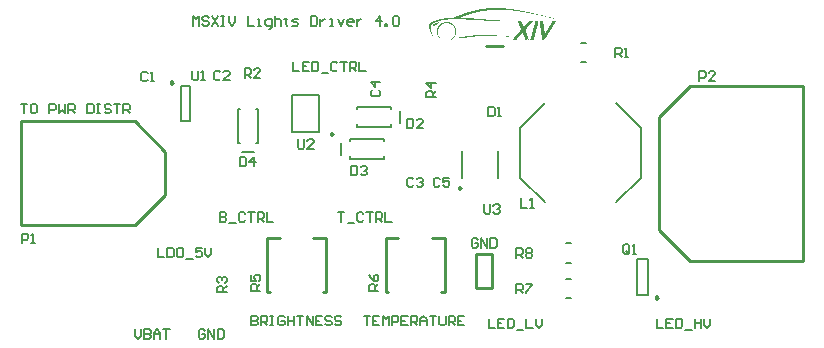
<source format=gto>
G04*
G04 #@! TF.GenerationSoftware,Altium Limited,Altium Designer,20.0.13 (296)*
G04*
G04 Layer_Color=65535*
%FSLAX25Y25*%
%MOIN*%
G70*
G01*
G75*
%ADD10C,0.00984*%
%ADD11C,0.00787*%
%ADD12C,0.01000*%
%ADD13C,0.00591*%
G36*
X167525Y114117D02*
X167798D01*
Y114063D01*
X167853D01*
Y114117D01*
X167907D01*
Y114063D01*
X167962D01*
Y114117D01*
X168017D01*
Y114063D01*
X168727D01*
Y114008D01*
X168782D01*
Y114063D01*
X168836D01*
Y114008D01*
X168891D01*
Y114063D01*
X168946D01*
Y114008D01*
X169000D01*
Y113953D01*
X169055D01*
Y114008D01*
X169219D01*
Y113953D01*
X169274D01*
Y114008D01*
X169328D01*
Y113953D01*
X169383D01*
Y114008D01*
X169438D01*
Y113953D01*
X169930D01*
Y113899D01*
X169984D01*
Y113953D01*
X170039D01*
Y113899D01*
X170203D01*
Y113844D01*
X170258D01*
Y113899D01*
X170312D01*
Y113844D01*
X170367D01*
Y113899D01*
X170422D01*
Y113844D01*
X170804D01*
Y113789D01*
X170859D01*
Y113844D01*
X170914D01*
Y113789D01*
X171187D01*
Y113735D01*
X171679D01*
Y113680D01*
X171843D01*
Y113735D01*
X171898D01*
Y113680D01*
X171952D01*
Y113625D01*
X172007D01*
Y113680D01*
X172062D01*
Y113625D01*
X172335D01*
Y113571D01*
X172390D01*
Y113625D01*
X172444D01*
Y113571D01*
X172608D01*
Y113516D01*
X172663D01*
Y113571D01*
X172718D01*
Y113516D01*
X173100D01*
Y113461D01*
X173155D01*
Y113516D01*
X173210D01*
Y113461D01*
X173264D01*
Y113407D01*
X173319D01*
Y113461D01*
X173373D01*
Y113407D01*
X173647D01*
Y113352D01*
X173702D01*
Y113407D01*
X173756D01*
Y113352D01*
X173811D01*
Y113297D01*
X173865D01*
Y113352D01*
X173920D01*
Y113297D01*
X173975D01*
Y113352D01*
X174030D01*
Y113297D01*
X174303D01*
Y113243D01*
X174357D01*
Y113297D01*
X174412D01*
Y113243D01*
X174576D01*
Y113188D01*
X174849D01*
Y113133D01*
X174904D01*
Y113188D01*
X174959D01*
Y113133D01*
X175013D01*
Y113188D01*
X175068D01*
Y113133D01*
X175123D01*
Y113079D01*
X175505D01*
Y113024D01*
X175669D01*
Y112969D01*
X175724D01*
Y113024D01*
X175779D01*
Y112969D01*
X176052D01*
Y112915D01*
X176216D01*
Y112860D01*
X176489D01*
Y112805D01*
X176544D01*
Y112860D01*
X176599D01*
Y112805D01*
X176653D01*
Y112860D01*
X176708D01*
Y112805D01*
X176763D01*
Y112751D01*
X177036D01*
Y112696D01*
X177200D01*
Y112641D01*
X177255D01*
Y112696D01*
X177309D01*
Y112641D01*
X177473D01*
Y112587D01*
X177528D01*
Y112641D01*
X177583D01*
Y112587D01*
X177746D01*
Y112532D01*
X177801D01*
Y112587D01*
X177856D01*
Y112532D01*
X178020D01*
Y112477D01*
X178075D01*
Y112532D01*
X178129D01*
Y112477D01*
X178184D01*
Y112423D01*
X178567D01*
Y112368D01*
X178730D01*
Y112313D01*
X178894D01*
Y112259D01*
X178949D01*
Y112313D01*
X179004D01*
Y112259D01*
X179058D01*
Y112204D01*
X179113D01*
Y112259D01*
X179168D01*
Y112204D01*
X179441D01*
Y112149D01*
X179496D01*
Y112204D01*
X179550D01*
Y112149D01*
X179605D01*
Y112095D01*
X179878D01*
Y112040D01*
X180042D01*
Y111985D01*
X180097D01*
Y112040D01*
X180152D01*
Y111985D01*
X180316D01*
Y111931D01*
X180370D01*
Y111985D01*
X180425D01*
Y111931D01*
X180480D01*
Y111876D01*
X180534D01*
Y111931D01*
X180589D01*
Y111876D01*
X180753D01*
Y111821D01*
X181026D01*
Y111767D01*
X181190D01*
Y111712D01*
X181245D01*
Y111767D01*
X181300D01*
Y111712D01*
X181354D01*
Y111657D01*
X181409D01*
Y111712D01*
X181464D01*
Y111657D01*
X181628D01*
Y111603D01*
X181682D01*
Y111657D01*
X181737D01*
Y111603D01*
X181792D01*
Y111548D01*
X181846D01*
Y111603D01*
X181901D01*
Y111548D01*
X182065D01*
Y111494D01*
X182120D01*
Y111548D01*
X182174D01*
Y111494D01*
X182229D01*
Y111439D01*
X182502D01*
Y111384D01*
X182557D01*
Y111329D01*
X182612D01*
Y111384D01*
X182666D01*
Y111329D01*
X182940D01*
Y111275D01*
X182994D01*
Y111329D01*
X183049D01*
Y111275D01*
X183104D01*
Y111220D01*
X183377D01*
Y111165D01*
X183431D01*
Y111111D01*
X183486D01*
Y111165D01*
X183541D01*
Y111111D01*
X183814D01*
Y111056D01*
X183869D01*
Y111002D01*
X183923D01*
Y111056D01*
X183978D01*
Y111002D01*
X184142D01*
Y110947D01*
X184197D01*
Y111002D01*
X184251D01*
Y110947D01*
X184306D01*
Y110892D01*
X184579D01*
Y110837D01*
X184743D01*
Y110783D01*
X185017D01*
Y110728D01*
X185071D01*
Y110673D01*
X185126D01*
Y110728D01*
X185181D01*
Y110673D01*
X185345D01*
Y110619D01*
X185399D01*
Y110673D01*
X185454D01*
Y110619D01*
X185509D01*
Y110564D01*
X185782D01*
Y110510D01*
X185837D01*
Y110455D01*
X185891D01*
Y110400D01*
X185837D01*
Y110455D01*
X185673D01*
Y110510D01*
X185399D01*
Y110564D01*
X185235D01*
Y110619D01*
X184962D01*
Y110673D01*
X184798D01*
Y110728D01*
X184525D01*
Y110783D01*
X184470D01*
Y110728D01*
X184415D01*
Y110783D01*
X184306D01*
Y110837D01*
X184087D01*
Y110892D01*
X183923D01*
Y110947D01*
X183869D01*
Y110892D01*
X183814D01*
Y110947D01*
X183650D01*
Y111002D01*
X183595D01*
Y110947D01*
X183541D01*
Y111002D01*
X183377D01*
Y111056D01*
X183213D01*
Y111111D01*
X183158D01*
Y111056D01*
X183104D01*
Y111111D01*
X182940D01*
Y111165D01*
X182666D01*
Y111220D01*
X182502D01*
Y111275D01*
X182229D01*
Y111329D01*
X182174D01*
Y111384D01*
X182120D01*
Y111329D01*
X182065D01*
Y111384D01*
X181792D01*
Y111439D01*
X181628D01*
Y111494D01*
X181354D01*
Y111548D01*
X181300D01*
Y111603D01*
X181245D01*
Y111548D01*
X181190D01*
Y111603D01*
X180917D01*
Y111657D01*
X180753D01*
Y111712D01*
X180698D01*
Y111657D01*
X180644D01*
Y111712D01*
X180480D01*
Y111767D01*
X180425D01*
Y111712D01*
X180370D01*
Y111767D01*
X180206D01*
Y111821D01*
X179933D01*
Y111876D01*
X179769D01*
Y111931D01*
X179496D01*
Y111985D01*
X179441D01*
Y111931D01*
X179386D01*
Y111985D01*
X179332D01*
Y112040D01*
X179277D01*
Y111985D01*
X179222D01*
Y112040D01*
X179058D01*
Y112095D01*
X179004D01*
Y112040D01*
X178949D01*
Y112095D01*
X178785D01*
Y112149D01*
X178512D01*
Y112204D01*
X178457D01*
Y112149D01*
X178402D01*
Y112204D01*
X178348D01*
Y112259D01*
X178293D01*
Y112204D01*
X178238D01*
Y112259D01*
X178075D01*
Y112313D01*
X178020D01*
Y112259D01*
X177965D01*
Y112313D01*
X177801D01*
Y112368D01*
X177528D01*
Y112423D01*
X177364D01*
Y112477D01*
X177309D01*
Y112423D01*
X177255D01*
Y112477D01*
X176981D01*
Y112532D01*
X176927D01*
Y112477D01*
X176872D01*
Y112532D01*
X176817D01*
Y112587D01*
X176763D01*
Y112532D01*
X176708D01*
Y112587D01*
X176435D01*
Y112641D01*
X176380D01*
Y112587D01*
X176325D01*
Y112641D01*
X176161D01*
Y112696D01*
X175888D01*
Y112751D01*
X175833D01*
Y112696D01*
X175779D01*
Y112751D01*
X175505D01*
Y112805D01*
X175232D01*
Y112860D01*
X175177D01*
Y112805D01*
X175123D01*
Y112860D01*
X174959D01*
Y112915D01*
X174904D01*
Y112860D01*
X174849D01*
Y112915D01*
X174576D01*
Y112969D01*
X174521D01*
Y112915D01*
X174467D01*
Y112969D01*
X174303D01*
Y113024D01*
X173811D01*
Y113079D01*
X173647D01*
Y113133D01*
X173592D01*
Y113079D01*
X173538D01*
Y113133D01*
X173155D01*
Y113188D01*
X173100D01*
Y113133D01*
X173046D01*
Y113188D01*
X172881D01*
Y113243D01*
X172827D01*
Y113188D01*
X172772D01*
Y113243D01*
X172280D01*
Y113297D01*
X172226D01*
Y113243D01*
X172171D01*
Y113297D01*
X172116D01*
Y113243D01*
X172062D01*
Y113297D01*
X172007D01*
Y113352D01*
X171952D01*
Y113297D01*
X171898D01*
Y113352D01*
X171406D01*
Y113407D01*
X171351D01*
Y113352D01*
X171296D01*
Y113407D01*
X171132D01*
Y113461D01*
X171078D01*
Y113407D01*
X170914D01*
Y113461D01*
X170859D01*
Y113407D01*
X170804D01*
Y113461D01*
X170312D01*
Y113516D01*
X170258D01*
Y113461D01*
X170203D01*
Y113516D01*
X170148D01*
Y113461D01*
X170094D01*
Y113516D01*
X170039D01*
Y113461D01*
X169984D01*
Y113516D01*
X169711D01*
Y113571D01*
X169656D01*
Y113516D01*
X169602D01*
Y113571D01*
X169547D01*
Y113516D01*
X169492D01*
Y113571D01*
X169438D01*
Y113516D01*
X169383D01*
Y113571D01*
X168673D01*
Y113625D01*
X168618D01*
Y113571D01*
X168563D01*
Y113625D01*
X168509D01*
Y113571D01*
X168454D01*
Y113625D01*
X168399D01*
Y113571D01*
X168344D01*
Y113625D01*
X168290D01*
Y113571D01*
X168235D01*
Y113625D01*
X168181D01*
Y113571D01*
X168126D01*
Y113625D01*
X168071D01*
Y113571D01*
X168017D01*
Y113625D01*
X167853D01*
Y113571D01*
X167798D01*
Y113625D01*
X167634D01*
Y113571D01*
X167579D01*
Y113625D01*
X165885D01*
Y113571D01*
X165830D01*
Y113625D01*
X165666D01*
Y113571D01*
X165611D01*
Y113625D01*
X165557D01*
Y113571D01*
X165502D01*
Y113625D01*
X165447D01*
Y113571D01*
X165393D01*
Y113625D01*
X165338D01*
Y113571D01*
X165283D01*
Y113625D01*
X165229D01*
Y113571D01*
X165174D01*
Y113625D01*
X165119D01*
Y113571D01*
X164409D01*
Y113516D01*
X164354D01*
Y113571D01*
X164190D01*
Y113516D01*
X164136D01*
Y113571D01*
X164081D01*
Y113516D01*
X164026D01*
Y113571D01*
X163971D01*
Y113516D01*
X163807D01*
Y113461D01*
X163753D01*
Y113516D01*
X163698D01*
Y113461D01*
X163644D01*
Y113516D01*
X163589D01*
Y113461D01*
X163097D01*
Y113407D01*
X163042D01*
Y113461D01*
X162988D01*
Y113407D01*
X162824D01*
Y113461D01*
X162769D01*
Y113407D01*
X162605D01*
Y113352D01*
X162550D01*
Y113407D01*
X162496D01*
Y113352D01*
X162113D01*
Y113297D01*
X162058D01*
Y113352D01*
X162004D01*
Y113297D01*
X161949D01*
Y113243D01*
X161894D01*
Y113297D01*
X161840D01*
Y113243D01*
X161785D01*
Y113297D01*
X161730D01*
Y113243D01*
X161457D01*
Y113188D01*
X161402D01*
Y113243D01*
X161348D01*
Y113188D01*
X161293D01*
Y113243D01*
X161238D01*
Y113188D01*
X161184D01*
Y113133D01*
X161129D01*
Y113188D01*
X161074D01*
Y113133D01*
X160801D01*
Y113079D01*
X160746D01*
Y113133D01*
X160692D01*
Y113079D01*
X160528D01*
Y113024D01*
X160145D01*
Y112969D01*
X159981D01*
Y112915D01*
X159926D01*
Y112969D01*
X159872D01*
Y112915D01*
X159708D01*
Y112860D01*
X159653D01*
Y112915D01*
X159599D01*
Y112860D01*
X159544D01*
Y112805D01*
X159489D01*
Y112860D01*
X159434D01*
Y112805D01*
X159271D01*
Y112751D01*
X158997D01*
Y112696D01*
X158724D01*
Y112641D01*
X158669D01*
Y112587D01*
X158615D01*
Y112641D01*
X158560D01*
Y112587D01*
X158396D01*
Y112532D01*
X158341D01*
Y112587D01*
X158287D01*
Y112532D01*
X158232D01*
Y112477D01*
X158177D01*
Y112532D01*
X158123D01*
Y112477D01*
X157959D01*
Y112423D01*
X157904D01*
Y112477D01*
X157849D01*
Y112423D01*
X157904D01*
Y112368D01*
X157849D01*
Y112423D01*
X157795D01*
Y112368D01*
X157631D01*
Y112313D01*
X157467D01*
Y112259D01*
X157193D01*
Y112204D01*
X157139D01*
Y112149D01*
X156865D01*
Y112095D01*
X156811D01*
Y112040D01*
X156537D01*
Y111985D01*
X156483D01*
Y111931D01*
X156319D01*
Y111876D01*
X156264D01*
Y111931D01*
X156209D01*
Y111876D01*
X156155D01*
Y111821D01*
X155991D01*
Y111767D01*
X155936D01*
Y111712D01*
X155882D01*
Y111767D01*
X155827D01*
Y111712D01*
X155663D01*
Y111657D01*
X155608D01*
Y111603D01*
X155444D01*
Y111548D01*
X155280D01*
Y111494D01*
X155116D01*
Y111439D01*
X155061D01*
Y111384D01*
X154897D01*
Y111329D01*
X154843D01*
Y111275D01*
X154788D01*
Y111329D01*
X154734D01*
Y111275D01*
X154679D01*
Y111220D01*
X154515D01*
Y111165D01*
X154351D01*
Y111111D01*
X154296D01*
Y111056D01*
X154132D01*
Y111002D01*
X154187D01*
Y110947D01*
X154242D01*
Y111002D01*
X154296D01*
Y110947D01*
X154460D01*
Y111002D01*
X154515D01*
Y110947D01*
X154788D01*
Y110892D01*
X154843D01*
Y110947D01*
X154897D01*
Y110892D01*
X154952D01*
Y110947D01*
X155007D01*
Y110892D01*
X155061D01*
Y110947D01*
X155116D01*
Y110892D01*
X155171D01*
Y110947D01*
X155226D01*
Y110892D01*
X156045D01*
Y110837D01*
X156100D01*
Y110892D01*
X156155D01*
Y110837D01*
X156209D01*
Y110892D01*
X156264D01*
Y110837D01*
X156319D01*
Y110892D01*
X156373D01*
Y110837D01*
X156647D01*
Y110783D01*
X156701D01*
Y110837D01*
X156865D01*
Y110783D01*
X156920D01*
Y110837D01*
X156975D01*
Y110783D01*
X157029D01*
Y110837D01*
X157084D01*
Y110783D01*
X157685D01*
Y110728D01*
X157740D01*
Y110783D01*
X157795D01*
Y110728D01*
X157849D01*
Y110783D01*
X157904D01*
Y110728D01*
X157959D01*
Y110783D01*
X158013D01*
Y110728D01*
X158287D01*
Y110673D01*
X158341D01*
Y110728D01*
X158396D01*
Y110673D01*
X158451D01*
Y110728D01*
X158505D01*
Y110673D01*
X159107D01*
Y110619D01*
X159161D01*
Y110673D01*
X159216D01*
Y110619D01*
X159271D01*
Y110673D01*
X159325D01*
Y110619D01*
X159380D01*
Y110673D01*
X159434D01*
Y110619D01*
X159599D01*
Y110673D01*
X159653D01*
Y110619D01*
X159708D01*
Y110564D01*
X159763D01*
Y110619D01*
X159817D01*
Y110564D01*
X159872D01*
Y110619D01*
X159926D01*
Y110564D01*
X160528D01*
Y110510D01*
X160582D01*
Y110564D01*
X160637D01*
Y110510D01*
X160910D01*
Y110455D01*
X160965D01*
Y110510D01*
X161129D01*
Y110455D01*
X161184D01*
Y110510D01*
X161238D01*
Y110455D01*
X161293D01*
Y110510D01*
X161348D01*
Y110455D01*
X161949D01*
Y110400D01*
X162004D01*
Y110455D01*
X162058D01*
Y110400D01*
X162113D01*
Y110455D01*
X162168D01*
Y110400D01*
X162222D01*
Y110455D01*
X162277D01*
Y110400D01*
X162332D01*
Y110345D01*
X162386D01*
Y110400D01*
X162441D01*
Y110345D01*
X162496D01*
Y110400D01*
X162550D01*
Y110345D01*
X162605D01*
Y110400D01*
X162660D01*
Y110345D01*
X162714D01*
Y110400D01*
X162769D01*
Y110345D01*
X163370D01*
Y110291D01*
X163425D01*
Y110345D01*
X163480D01*
Y110291D01*
X163534D01*
Y110345D01*
X163589D01*
Y110291D01*
X163644D01*
Y110345D01*
X163698D01*
Y110291D01*
X163971D01*
Y110236D01*
X164026D01*
Y110291D01*
X164081D01*
Y110236D01*
X164136D01*
Y110291D01*
X164190D01*
Y110236D01*
X165010D01*
Y110181D01*
X165065D01*
Y110236D01*
X165119D01*
Y110181D01*
X165611D01*
Y110127D01*
X165666D01*
Y110181D01*
X165830D01*
Y110127D01*
X165885D01*
Y110181D01*
X165939D01*
Y110127D01*
X166650D01*
Y110072D01*
X166705D01*
Y110127D01*
X166869D01*
Y110072D01*
X166923D01*
Y110127D01*
X166978D01*
Y110072D01*
X167033D01*
Y110127D01*
X167087D01*
Y110072D01*
X167142D01*
Y110127D01*
X167197D01*
Y110072D01*
X167251D01*
Y110018D01*
X167306D01*
Y110072D01*
X167470D01*
Y110018D01*
X167525D01*
Y110072D01*
X167579D01*
Y110018D01*
X167634D01*
Y110072D01*
X167689D01*
Y110018D01*
X167743D01*
Y110072D01*
X167798D01*
Y110018D01*
X167853D01*
Y110072D01*
X167907D01*
Y110018D01*
X168946D01*
Y109963D01*
X169000D01*
Y110018D01*
X169055D01*
Y109963D01*
X169110D01*
Y110018D01*
X169165D01*
Y109963D01*
X169219D01*
Y110018D01*
X169274D01*
Y109963D01*
X169328D01*
Y110018D01*
X169383D01*
Y109963D01*
X169438D01*
Y110018D01*
X169492D01*
Y109963D01*
X169547D01*
Y110018D01*
X169602D01*
Y109963D01*
X169656D01*
Y110018D01*
X169711D01*
Y109963D01*
X169875D01*
Y110018D01*
X169930D01*
Y109963D01*
X170203D01*
Y109908D01*
X170258D01*
Y109963D01*
X170312D01*
Y109908D01*
X170367D01*
Y109963D01*
X170422D01*
Y109908D01*
X170476D01*
Y109963D01*
X170531D01*
Y109908D01*
X170586D01*
Y109963D01*
X170640D01*
Y109908D01*
X170804D01*
Y109963D01*
X170859D01*
Y109908D01*
X172499D01*
Y109854D01*
X172062D01*
Y109799D01*
X172007D01*
Y109854D01*
X171952D01*
Y109799D01*
X171898D01*
Y109854D01*
X171843D01*
Y109799D01*
X171788D01*
Y109854D01*
X171734D01*
Y109799D01*
X171679D01*
Y109854D01*
X171624D01*
Y109799D01*
X171570D01*
Y109854D01*
X171515D01*
Y109799D01*
X171460D01*
Y109854D01*
X171406D01*
Y109799D01*
X171460D01*
Y109744D01*
X171406D01*
Y109799D01*
X171023D01*
Y109744D01*
X170968D01*
Y109799D01*
X170804D01*
Y109744D01*
X170750D01*
Y109799D01*
X170586D01*
Y109744D01*
X170531D01*
Y109799D01*
X170476D01*
Y109744D01*
X170422D01*
Y109799D01*
X170367D01*
Y109744D01*
X170312D01*
Y109799D01*
X170258D01*
Y109744D01*
X170203D01*
Y109799D01*
X170148D01*
Y109744D01*
X170094D01*
Y109799D01*
X170039D01*
Y109744D01*
X169984D01*
Y109799D01*
X169930D01*
Y109744D01*
X169875D01*
Y109799D01*
X169820D01*
Y109744D01*
X169766D01*
Y109799D01*
X169711D01*
Y109744D01*
X169656D01*
Y109799D01*
X169602D01*
Y109744D01*
X169547D01*
Y109799D01*
X169492D01*
Y109744D01*
X169438D01*
Y109799D01*
X169383D01*
Y109744D01*
X169328D01*
Y109799D01*
X169274D01*
Y109744D01*
X169219D01*
Y109799D01*
X169165D01*
Y109744D01*
X169110D01*
Y109799D01*
X169055D01*
Y109744D01*
X169000D01*
Y109799D01*
X168946D01*
Y109744D01*
X168891D01*
Y109799D01*
X168836D01*
Y109744D01*
X168782D01*
Y109799D01*
X168727D01*
Y109744D01*
X168673D01*
Y109799D01*
X168618D01*
Y109744D01*
X168563D01*
Y109799D01*
X168509D01*
Y109744D01*
X168454D01*
Y109799D01*
X168399D01*
Y109744D01*
X168344D01*
Y109799D01*
X168290D01*
Y109744D01*
X168235D01*
Y109799D01*
X168181D01*
Y109744D01*
X168126D01*
Y109799D01*
X168071D01*
Y109744D01*
X168017D01*
Y109799D01*
X167962D01*
Y109744D01*
X167907D01*
Y109799D01*
X167743D01*
Y109744D01*
X167689D01*
Y109799D01*
X167525D01*
Y109744D01*
X167470D01*
Y109799D01*
X167087D01*
Y109854D01*
X167033D01*
Y109799D01*
X167087D01*
Y109744D01*
X167033D01*
Y109799D01*
X166869D01*
Y109854D01*
X166814D01*
Y109799D01*
X166759D01*
Y109854D01*
X166705D01*
Y109799D01*
X166650D01*
Y109854D01*
X166595D01*
Y109799D01*
X166541D01*
Y109854D01*
X166486D01*
Y109799D01*
X166431D01*
Y109854D01*
X166377D01*
Y109799D01*
X166322D01*
Y109854D01*
X166158D01*
Y109799D01*
X166103D01*
Y109854D01*
X164737D01*
Y109908D01*
X164682D01*
Y109854D01*
X164628D01*
Y109908D01*
X164573D01*
Y109854D01*
X164518D01*
Y109908D01*
X164463D01*
Y109854D01*
X164409D01*
Y109908D01*
X164354D01*
Y109854D01*
X164299D01*
Y109908D01*
X163698D01*
Y109963D01*
X163644D01*
Y109908D01*
X163480D01*
Y109963D01*
X163425D01*
Y109908D01*
X163370D01*
Y109963D01*
X163316D01*
Y109908D01*
X163261D01*
Y109963D01*
X163206D01*
Y109908D01*
X163152D01*
Y109963D01*
X162222D01*
Y110018D01*
X162168D01*
Y109963D01*
X162113D01*
Y110018D01*
X162058D01*
Y109963D01*
X162004D01*
Y110018D01*
X161949D01*
Y109963D01*
X161894D01*
Y110018D01*
X161840D01*
Y109963D01*
X161785D01*
Y110018D01*
X161621D01*
Y110072D01*
X161566D01*
Y110018D01*
X161402D01*
Y110072D01*
X161348D01*
Y110018D01*
X161293D01*
Y110072D01*
X161238D01*
Y110018D01*
X161184D01*
Y110072D01*
X161129D01*
Y110018D01*
X161074D01*
Y110072D01*
X160364D01*
Y110127D01*
X160309D01*
Y110072D01*
X160255D01*
Y110127D01*
X160200D01*
Y110072D01*
X160145D01*
Y110127D01*
X160090D01*
Y110072D01*
X160036D01*
Y110127D01*
X159981D01*
Y110072D01*
X159926D01*
Y110127D01*
X159763D01*
Y110072D01*
X159708D01*
Y110127D01*
X159544D01*
Y110181D01*
X159489D01*
Y110127D01*
X159325D01*
Y110181D01*
X159271D01*
Y110127D01*
X159216D01*
Y110181D01*
X158287D01*
Y110236D01*
X158232D01*
Y110181D01*
X158177D01*
Y110236D01*
X158123D01*
Y110181D01*
X158068D01*
Y110236D01*
X157904D01*
Y110291D01*
X157849D01*
Y110236D01*
X157904D01*
Y110181D01*
X157849D01*
Y110236D01*
X157685D01*
Y110291D01*
X157631D01*
Y110236D01*
X157576D01*
Y110291D01*
X157521D01*
Y110236D01*
X157467D01*
Y110291D01*
X157412D01*
Y110236D01*
X157357D01*
Y110291D01*
X157303D01*
Y110236D01*
X157248D01*
Y110291D01*
X157193D01*
Y110236D01*
X157139D01*
Y110291D01*
X156428D01*
Y110345D01*
X156373D01*
Y110291D01*
X156319D01*
Y110345D01*
X156264D01*
Y110291D01*
X156209D01*
Y110345D01*
X156155D01*
Y110291D01*
X156100D01*
Y110345D01*
X156045D01*
Y110291D01*
X155991D01*
Y110345D01*
X155608D01*
Y110400D01*
X155553D01*
Y110345D01*
X155499D01*
Y110400D01*
X155444D01*
Y110345D01*
X155389D01*
Y110400D01*
X155335D01*
Y110345D01*
X155280D01*
Y110400D01*
X155226D01*
Y110345D01*
X155171D01*
Y110400D01*
X155116D01*
Y110345D01*
X155061D01*
Y110400D01*
X154132D01*
Y110455D01*
X154078D01*
Y110400D01*
X154023D01*
Y110455D01*
X153968D01*
Y110400D01*
X153914D01*
Y110455D01*
X153859D01*
Y110400D01*
X153804D01*
Y110455D01*
X153750D01*
Y110400D01*
X153695D01*
Y110455D01*
X153640D01*
Y110400D01*
X153586D01*
Y110455D01*
X153531D01*
Y110400D01*
X153476D01*
Y110455D01*
X153422D01*
Y110400D01*
X153367D01*
Y110455D01*
X153312D01*
Y110400D01*
X153258D01*
Y110455D01*
X153094D01*
Y110400D01*
X153039D01*
Y110455D01*
X152875D01*
Y110400D01*
X152820D01*
Y110455D01*
X152219D01*
Y110510D01*
X152164D01*
Y110455D01*
X152000D01*
Y110510D01*
X151946D01*
Y110455D01*
X151345D01*
Y110400D01*
X151290D01*
Y110455D01*
X151126D01*
Y110400D01*
X151071D01*
Y110455D01*
X150907D01*
Y110400D01*
X150853D01*
Y110455D01*
X150798D01*
Y110400D01*
X150743D01*
Y110455D01*
X150689D01*
Y110400D01*
X150634D01*
Y110455D01*
X150579D01*
Y110400D01*
X150524D01*
Y110455D01*
X150470D01*
Y110400D01*
X150415D01*
Y110455D01*
X150361D01*
Y110400D01*
X149650D01*
Y110345D01*
X149595D01*
Y110400D01*
X149541D01*
Y110345D01*
X149486D01*
Y110400D01*
X149431D01*
Y110345D01*
X149267D01*
Y110291D01*
X149213D01*
Y110345D01*
X149158D01*
Y110291D01*
X149103D01*
Y110345D01*
X149049D01*
Y110291D01*
X148666D01*
Y110236D01*
X148611D01*
Y110291D01*
X148557D01*
Y110236D01*
X148502D01*
Y110291D01*
X148447D01*
Y110236D01*
X148393D01*
Y110181D01*
X148010D01*
Y110127D01*
X147846D01*
Y110072D01*
X147791D01*
Y110127D01*
X147737D01*
Y110072D01*
X147573D01*
Y110018D01*
X147518D01*
Y110072D01*
X147463D01*
Y110018D01*
X147409D01*
Y109963D01*
X147354D01*
Y110018D01*
X147299D01*
Y109963D01*
X147135D01*
Y109908D01*
X147081D01*
Y109963D01*
X147026D01*
Y109908D01*
X146971D01*
Y109854D01*
X146698D01*
Y109799D01*
X146643D01*
Y109744D01*
X146370D01*
Y109690D01*
X146316D01*
Y109635D01*
X146042D01*
Y109580D01*
X145987D01*
Y109526D01*
X145824D01*
Y109471D01*
X145659D01*
Y109416D01*
X145496D01*
Y109362D01*
X145441D01*
Y109307D01*
X145277D01*
Y109252D01*
X145168D01*
Y109198D01*
X145058D01*
Y109143D01*
X145004D01*
Y109088D01*
X144840D01*
Y109034D01*
X144785D01*
Y108979D01*
X144676D01*
Y108924D01*
X144621D01*
Y108870D01*
X144512D01*
Y108815D01*
X144457D01*
Y108760D01*
X144402D01*
Y108706D01*
X144348D01*
Y108651D01*
X144293D01*
Y108596D01*
Y108542D01*
X144238D01*
Y108487D01*
Y108432D01*
X144184D01*
Y108378D01*
X144129D01*
Y108323D01*
X144074D01*
Y108268D01*
X144129D01*
Y108214D01*
X144074D01*
Y108159D01*
Y108104D01*
Y108050D01*
X144020D01*
Y107995D01*
Y107940D01*
Y107886D01*
Y107831D01*
Y107776D01*
X143965D01*
Y107722D01*
X144020D01*
Y107667D01*
X143965D01*
Y107612D01*
X144020D01*
Y107558D01*
X143965D01*
Y107503D01*
X144020D01*
Y107448D01*
X143965D01*
Y107394D01*
X144020D01*
Y107339D01*
X143965D01*
Y107284D01*
X144020D01*
Y107230D01*
Y107175D01*
Y107120D01*
Y107066D01*
Y107011D01*
X144074D01*
Y106956D01*
Y106902D01*
Y106847D01*
Y106792D01*
Y106738D01*
X144129D01*
Y106683D01*
Y106629D01*
Y106574D01*
Y106519D01*
X144184D01*
Y106465D01*
Y106410D01*
Y106355D01*
Y106300D01*
X144238D01*
Y106246D01*
Y106191D01*
Y106137D01*
X144293D01*
Y106082D01*
Y106027D01*
Y105973D01*
X144348D01*
Y105918D01*
X144293D01*
Y105863D01*
X144348D01*
Y105808D01*
X144402D01*
Y105754D01*
X144348D01*
Y105699D01*
X144402D01*
Y105645D01*
X144457D01*
Y105590D01*
X144402D01*
Y105535D01*
X144457D01*
Y105481D01*
Y105426D01*
X144512D01*
Y105371D01*
Y105317D01*
X144566D01*
Y105262D01*
X144512D01*
Y105207D01*
X144566D01*
Y105153D01*
X144621D01*
Y105098D01*
Y105043D01*
Y104989D01*
X144676D01*
Y104934D01*
Y104879D01*
Y104825D01*
X144730D01*
Y104770D01*
X144785D01*
Y104715D01*
X144730D01*
Y104661D01*
X144785D01*
Y104606D01*
Y104551D01*
X144840D01*
Y104497D01*
Y104442D01*
X144894D01*
Y104387D01*
Y104333D01*
Y104278D01*
X144949D01*
Y104223D01*
X144894D01*
Y104278D01*
X144840D01*
Y104333D01*
X144785D01*
Y104387D01*
Y104442D01*
Y104497D01*
X144730D01*
Y104551D01*
X144676D01*
Y104606D01*
Y104661D01*
Y104715D01*
X144621D01*
Y104770D01*
Y104825D01*
X144566D01*
Y104879D01*
Y104934D01*
X144512D01*
Y104989D01*
Y105043D01*
Y105098D01*
X144457D01*
Y105153D01*
X144402D01*
Y105207D01*
Y105262D01*
Y105317D01*
X144348D01*
Y105371D01*
X144293D01*
Y105426D01*
X144348D01*
Y105481D01*
X144293D01*
Y105535D01*
X144238D01*
Y105590D01*
Y105645D01*
Y105699D01*
X144184D01*
Y105754D01*
X144129D01*
Y105808D01*
Y105863D01*
Y105918D01*
X144074D01*
Y105973D01*
Y106027D01*
Y106082D01*
X144020D01*
Y106137D01*
X143965D01*
Y106191D01*
X144020D01*
Y106246D01*
X143965D01*
Y106300D01*
X143910D01*
Y106355D01*
Y106410D01*
Y106465D01*
X143856D01*
Y106519D01*
Y106574D01*
X143801D01*
Y106629D01*
Y106683D01*
X143746D01*
Y106738D01*
X143801D01*
Y106792D01*
X143746D01*
Y106847D01*
X143692D01*
Y106902D01*
Y106956D01*
Y107011D01*
X143637D01*
Y107066D01*
Y107120D01*
Y107175D01*
X143582D01*
Y107230D01*
Y107284D01*
Y107339D01*
Y107394D01*
Y107448D01*
X143528D01*
Y107503D01*
Y107558D01*
Y107612D01*
Y107667D01*
Y107722D01*
X143473D01*
Y107776D01*
X143418D01*
Y107831D01*
X143473D01*
Y107886D01*
X143418D01*
Y107940D01*
X143473D01*
Y107995D01*
X143418D01*
Y108050D01*
X143473D01*
Y108104D01*
X143418D01*
Y108159D01*
X143473D01*
Y108214D01*
X143418D01*
Y108268D01*
X143473D01*
Y108323D01*
X143418D01*
Y108378D01*
X143473D01*
Y108432D01*
X143418D01*
Y108487D01*
X143473D01*
Y108542D01*
X143528D01*
Y108596D01*
X143473D01*
Y108651D01*
X143528D01*
Y108706D01*
X143582D01*
Y108760D01*
X143528D01*
Y108815D01*
X143582D01*
Y108870D01*
X143637D01*
Y108924D01*
X143692D01*
Y108979D01*
Y109034D01*
X143801D01*
Y109088D01*
X143746D01*
Y109143D01*
X143910D01*
Y109198D01*
Y109252D01*
X144020D01*
Y109307D01*
X144074D01*
Y109362D01*
X144129D01*
Y109416D01*
X144184D01*
Y109471D01*
X144348D01*
Y109526D01*
X144402D01*
Y109580D01*
X144566D01*
Y109635D01*
X144621D01*
Y109690D01*
X144785D01*
Y109744D01*
X144840D01*
Y109799D01*
X144894D01*
Y109744D01*
X144949D01*
Y109799D01*
X145113D01*
Y109854D01*
X145168D01*
Y109908D01*
X145332D01*
Y109963D01*
X145386D01*
Y110018D01*
X145441D01*
Y109963D01*
X145496D01*
Y110018D01*
X145659D01*
Y110072D01*
X145824D01*
Y110127D01*
X145987D01*
Y110181D01*
X146151D01*
Y110236D01*
X146425D01*
Y110291D01*
X146589D01*
Y110345D01*
X146753D01*
Y110400D01*
X146808D01*
Y110345D01*
X146862D01*
Y110400D01*
X146917D01*
Y110455D01*
X147190D01*
Y110510D01*
X147245D01*
Y110455D01*
X147299D01*
Y110510D01*
X147463D01*
Y110564D01*
X147737D01*
Y110619D01*
X147901D01*
Y110673D01*
X147955D01*
Y110619D01*
X148010D01*
Y110673D01*
X148393D01*
Y110728D01*
X148447D01*
Y110673D01*
X148502D01*
Y110728D01*
X148557D01*
Y110783D01*
X148611D01*
Y110728D01*
X148666D01*
Y110783D01*
X148721D01*
Y110728D01*
X148775D01*
Y110783D01*
X149158D01*
Y110837D01*
X149213D01*
Y110783D01*
X149267D01*
Y110837D01*
X149322D01*
Y110892D01*
X149377D01*
Y110837D01*
X149541D01*
Y110892D01*
X149595D01*
Y110837D01*
X149650D01*
Y110892D01*
X149705D01*
Y110837D01*
X149759D01*
Y110892D01*
X150361D01*
Y110947D01*
X150415D01*
Y110892D01*
X150470D01*
Y110947D01*
X150524D01*
Y110892D01*
X150579D01*
Y110947D01*
X150634D01*
Y110892D01*
X150689D01*
Y110947D01*
X150962D01*
Y111002D01*
X151016D01*
Y110947D01*
X151071D01*
Y111002D01*
X151126D01*
Y110947D01*
X151181D01*
Y111002D01*
X151235D01*
Y110947D01*
X151290D01*
Y111002D01*
X151345D01*
Y110947D01*
X151399D01*
Y111002D01*
X151454D01*
Y110947D01*
X151508D01*
Y111002D01*
X151563D01*
Y110947D01*
X151618D01*
Y111002D01*
X151672D01*
Y111056D01*
X151836D01*
Y111111D01*
X152000D01*
Y111165D01*
X152055D01*
Y111220D01*
X152219D01*
Y111275D01*
X152383D01*
Y111329D01*
X152547D01*
Y111384D01*
X152602D01*
Y111439D01*
X152766D01*
Y111494D01*
X152820D01*
Y111548D01*
X152875D01*
Y111494D01*
X152930D01*
Y111548D01*
X153094D01*
Y111603D01*
X153148D01*
Y111657D01*
X153312D01*
Y111712D01*
X153476D01*
Y111767D01*
X153640D01*
Y111821D01*
X153750D01*
Y111876D01*
X153859D01*
Y111931D01*
X154023D01*
Y111985D01*
X154187D01*
Y112040D01*
X154351D01*
Y112095D01*
X154515D01*
Y112149D01*
X154570D01*
Y112204D01*
X154843D01*
Y112259D01*
X154897D01*
Y112313D01*
X155061D01*
Y112368D01*
X155116D01*
Y112313D01*
X155171D01*
Y112368D01*
X155226D01*
Y112423D01*
X155499D01*
Y112477D01*
X155553D01*
Y112532D01*
X155718D01*
Y112587D01*
X155772D01*
Y112532D01*
X155827D01*
Y112587D01*
X155882D01*
Y112641D01*
X156045D01*
Y112696D01*
X156100D01*
Y112641D01*
X156155D01*
Y112696D01*
X156209D01*
Y112751D01*
X156483D01*
Y112805D01*
X156537D01*
Y112860D01*
X156592D01*
Y112805D01*
X156647D01*
Y112860D01*
X156811D01*
Y112915D01*
X156975D01*
Y112969D01*
X157248D01*
Y113024D01*
X157412D01*
Y113079D01*
X157576D01*
Y113133D01*
X157631D01*
Y113079D01*
X157685D01*
Y113133D01*
X157740D01*
Y113188D01*
X158013D01*
Y113243D01*
X158177D01*
Y113297D01*
X158451D01*
Y113352D01*
X158505D01*
Y113297D01*
X158560D01*
Y113352D01*
X158615D01*
Y113407D01*
X158888D01*
Y113461D01*
X159052D01*
Y113516D01*
X159107D01*
Y113461D01*
X159161D01*
Y113516D01*
X159434D01*
Y113571D01*
X159599D01*
Y113625D01*
X159653D01*
Y113571D01*
X159708D01*
Y113625D01*
X159981D01*
Y113680D01*
X160255D01*
Y113735D01*
X160637D01*
Y113789D01*
X160801D01*
Y113844D01*
X160856D01*
Y113789D01*
X160910D01*
Y113844D01*
X160965D01*
Y113789D01*
X161020D01*
Y113844D01*
X161184D01*
Y113899D01*
X161238D01*
Y113844D01*
X161293D01*
Y113899D01*
X161348D01*
Y113844D01*
X161402D01*
Y113899D01*
X161566D01*
Y113953D01*
X161621D01*
Y113899D01*
X161676D01*
Y113953D01*
X162168D01*
Y114008D01*
X162222D01*
Y113953D01*
X162277D01*
Y114008D01*
X162441D01*
Y113953D01*
X162496D01*
Y114008D01*
X162550D01*
Y114063D01*
X162605D01*
Y114008D01*
X162660D01*
Y114063D01*
X163261D01*
Y114117D01*
X163316D01*
Y114063D01*
X163370D01*
Y114117D01*
X163425D01*
Y114063D01*
X163480D01*
Y114117D01*
X163753D01*
Y114172D01*
X163807D01*
Y114117D01*
X163862D01*
Y114172D01*
X163917D01*
Y114117D01*
X163971D01*
Y114172D01*
X164026D01*
Y114117D01*
X164081D01*
Y114172D01*
X164136D01*
Y114117D01*
X164190D01*
Y114172D01*
X164245D01*
Y114117D01*
X164299D01*
Y114172D01*
X164354D01*
Y114117D01*
X164409D01*
Y114172D01*
X166759D01*
Y114117D01*
X166814D01*
Y114172D01*
X166978D01*
Y114117D01*
X167033D01*
Y114172D01*
X167087D01*
Y114117D01*
X167142D01*
Y114172D01*
X167197D01*
Y114117D01*
X167251D01*
Y114172D01*
X167306D01*
Y114117D01*
X167361D01*
Y114172D01*
X167415D01*
Y114117D01*
X167470D01*
Y114172D01*
X167525D01*
Y114117D01*
D02*
G37*
G36*
X185946Y110455D02*
X186001D01*
Y110400D01*
X185946D01*
Y110455D01*
X185891D01*
Y110510D01*
X185946D01*
Y110455D01*
D02*
G37*
G36*
X149814Y109526D02*
X149869D01*
Y109471D01*
X149923D01*
Y109526D01*
X149978D01*
Y109471D01*
X150251D01*
Y109416D01*
X150306D01*
Y109362D01*
X150470D01*
Y109307D01*
X150634D01*
Y109252D01*
X150743D01*
Y109198D01*
X150853D01*
Y109143D01*
X150907D01*
Y109088D01*
X150962D01*
Y109034D01*
X151126D01*
Y108979D01*
X151181D01*
Y108924D01*
X151235D01*
Y108870D01*
X151290D01*
Y108815D01*
X151345D01*
Y108760D01*
X151399D01*
Y108706D01*
X151508D01*
Y108651D01*
X151563D01*
Y108596D01*
Y108542D01*
X151618D01*
Y108487D01*
X151672D01*
Y108432D01*
X151727D01*
Y108378D01*
X151782D01*
Y108323D01*
X151836D01*
Y108268D01*
X151891D01*
Y108214D01*
Y108159D01*
X151946D01*
Y108104D01*
Y108050D01*
X152000D01*
Y107995D01*
X152055D01*
Y107940D01*
X152110D01*
Y107886D01*
X152055D01*
Y107831D01*
X152110D01*
Y107776D01*
X152164D01*
Y107722D01*
Y107667D01*
Y107612D01*
X152219D01*
Y107558D01*
X152274D01*
Y107503D01*
Y107448D01*
Y107394D01*
X152328D01*
Y107339D01*
X152274D01*
Y107284D01*
X152328D01*
Y107230D01*
X152383D01*
Y107175D01*
Y107120D01*
Y107066D01*
Y107011D01*
Y106956D01*
X152438D01*
Y106902D01*
X152383D01*
Y106847D01*
X152438D01*
Y106792D01*
X152383D01*
Y106738D01*
X152438D01*
Y106683D01*
Y106629D01*
Y106574D01*
X152383D01*
Y106519D01*
X152438D01*
Y106465D01*
Y106410D01*
Y106355D01*
Y106300D01*
Y106246D01*
Y106191D01*
Y106137D01*
X152383D01*
Y106082D01*
X152438D01*
Y106027D01*
Y105973D01*
Y105918D01*
X152383D01*
Y105863D01*
X152438D01*
Y105808D01*
X152383D01*
Y105754D01*
Y105699D01*
Y105645D01*
X152328D01*
Y105590D01*
Y105535D01*
Y105481D01*
X152274D01*
Y105426D01*
X152328D01*
Y105371D01*
X152274D01*
Y105317D01*
Y105262D01*
Y105207D01*
X152219D01*
Y105153D01*
Y105098D01*
Y105043D01*
X152164D01*
Y104989D01*
X152110D01*
Y104934D01*
Y104879D01*
Y104825D01*
X152055D01*
Y104770D01*
X152000D01*
Y104715D01*
Y104661D01*
Y104606D01*
X151946D01*
Y104551D01*
X151891D01*
Y104497D01*
X151836D01*
Y104442D01*
X151782D01*
Y104387D01*
X151727D01*
Y104333D01*
Y104278D01*
X151618D01*
Y104223D01*
Y104169D01*
X151508D01*
Y104114D01*
X151563D01*
Y104059D01*
X151399D01*
Y104005D01*
X151345D01*
Y103950D01*
X151290D01*
Y103895D01*
X151235D01*
Y103841D01*
X151181D01*
Y103786D01*
X151071D01*
Y103731D01*
X150962D01*
Y103677D01*
X150907D01*
Y103622D01*
X150743D01*
Y103567D01*
X150634D01*
Y103513D01*
X150524D01*
Y103567D01*
X150579D01*
Y103622D01*
X150634D01*
Y103677D01*
X150798D01*
Y103731D01*
X150853D01*
Y103786D01*
X151016D01*
Y103841D01*
X151071D01*
Y103895D01*
X151126D01*
Y103950D01*
X151181D01*
Y104005D01*
X151235D01*
Y104059D01*
X151290D01*
Y104114D01*
X151345D01*
Y104169D01*
X151399D01*
Y104223D01*
X151454D01*
Y104278D01*
X151508D01*
Y104333D01*
X151563D01*
Y104387D01*
X151618D01*
Y104442D01*
X151672D01*
Y104497D01*
Y104551D01*
Y104606D01*
X151727D01*
Y104661D01*
X151782D01*
Y104715D01*
X151836D01*
Y104770D01*
Y104825D01*
Y104879D01*
X151891D01*
Y104934D01*
X151946D01*
Y104989D01*
Y105043D01*
Y105098D01*
X152000D01*
Y105153D01*
X151946D01*
Y105207D01*
X152000D01*
Y105262D01*
X152055D01*
Y105317D01*
Y105371D01*
Y105426D01*
X152110D01*
Y105481D01*
X152055D01*
Y105535D01*
X152110D01*
Y105590D01*
Y105645D01*
Y105699D01*
X152164D01*
Y105754D01*
Y105808D01*
Y105863D01*
X152219D01*
Y105918D01*
X152164D01*
Y105973D01*
Y106027D01*
Y106082D01*
X152219D01*
Y106137D01*
X152164D01*
Y106191D01*
Y106246D01*
Y106300D01*
X152219D01*
Y106355D01*
X152164D01*
Y106410D01*
Y106465D01*
Y106519D01*
X152219D01*
Y106574D01*
X152164D01*
Y106629D01*
Y106683D01*
Y106738D01*
Y106792D01*
Y106847D01*
X152110D01*
Y106902D01*
Y106956D01*
Y107011D01*
X152055D01*
Y107066D01*
X152110D01*
Y107120D01*
X152055D01*
Y107175D01*
Y107230D01*
Y107284D01*
X152000D01*
Y107339D01*
X151946D01*
Y107394D01*
X152000D01*
Y107448D01*
X151946D01*
Y107503D01*
X151891D01*
Y107558D01*
X151836D01*
Y107612D01*
Y107667D01*
Y107722D01*
X151782D01*
Y107776D01*
X151727D01*
Y107831D01*
Y107886D01*
X151672D01*
Y107940D01*
Y107995D01*
X151618D01*
Y108050D01*
X151563D01*
Y108104D01*
X151508D01*
Y108159D01*
X151454D01*
Y108214D01*
X151399D01*
Y108268D01*
X151345D01*
Y108323D01*
X151290D01*
Y108378D01*
X151235D01*
Y108432D01*
X151181D01*
Y108487D01*
X151126D01*
Y108542D01*
X151071D01*
Y108596D01*
X151016D01*
Y108651D01*
X150907D01*
Y108706D01*
Y108760D01*
X150853D01*
Y108706D01*
X150798D01*
Y108760D01*
X150743D01*
Y108815D01*
X150689D01*
Y108870D01*
X150524D01*
Y108924D01*
X150470D01*
Y108979D01*
X150306D01*
Y109034D01*
X150142D01*
Y109088D01*
X149978D01*
Y109143D01*
X149923D01*
Y109088D01*
X149869D01*
Y109143D01*
X149814D01*
Y109088D01*
X149759D01*
Y109143D01*
X149705D01*
Y109198D01*
X149650D01*
Y109143D01*
X149595D01*
Y109198D01*
X148885D01*
Y109143D01*
X148721D01*
Y109088D01*
X148666D01*
Y109143D01*
X148611D01*
Y109088D01*
X148447D01*
Y109034D01*
X148393D01*
Y109088D01*
X148338D01*
Y109034D01*
X148283D01*
Y108979D01*
X148119D01*
Y108924D01*
X148065D01*
Y108870D01*
X147901D01*
Y108815D01*
X147846D01*
Y108760D01*
X147682D01*
Y108706D01*
X147627D01*
Y108651D01*
X147573D01*
Y108596D01*
X147518D01*
Y108542D01*
X147354D01*
Y108487D01*
X147409D01*
Y108432D01*
X147299D01*
Y108378D01*
Y108323D01*
X147190D01*
Y108268D01*
Y108214D01*
X147081D01*
Y108159D01*
Y108104D01*
X147026D01*
Y108050D01*
X146971D01*
Y107995D01*
X146917D01*
Y107940D01*
X146862D01*
Y107886D01*
X146808D01*
Y107831D01*
X146862D01*
Y107776D01*
X146808D01*
Y107722D01*
X146753D01*
Y107667D01*
X146698D01*
Y107612D01*
Y107558D01*
Y107503D01*
X146643D01*
Y107448D01*
X146589D01*
Y107394D01*
X146643D01*
Y107339D01*
X146589D01*
Y107284D01*
X146534D01*
Y107230D01*
Y107175D01*
Y107120D01*
X146479D01*
Y107066D01*
Y107011D01*
Y106956D01*
Y106902D01*
Y106847D01*
X146425D01*
Y106792D01*
Y106738D01*
Y106683D01*
X146370D01*
Y106629D01*
X146425D01*
Y106574D01*
X146370D01*
Y106519D01*
X146425D01*
Y106465D01*
X146370D01*
Y106410D01*
X146425D01*
Y106355D01*
X146370D01*
Y106300D01*
X146425D01*
Y106246D01*
X146370D01*
Y106191D01*
X146425D01*
Y106137D01*
X146370D01*
Y106082D01*
X146425D01*
Y106027D01*
X146370D01*
Y105973D01*
X146425D01*
Y105918D01*
X146370D01*
Y105863D01*
X146425D01*
Y105808D01*
X146370D01*
Y105754D01*
X146425D01*
Y105699D01*
Y105645D01*
Y105590D01*
X146479D01*
Y105535D01*
Y105481D01*
Y105426D01*
X146534D01*
Y105371D01*
X146479D01*
Y105317D01*
X146534D01*
Y105262D01*
Y105207D01*
X146589D01*
Y105153D01*
Y105098D01*
X146643D01*
Y105043D01*
X146589D01*
Y104989D01*
X146643D01*
Y104934D01*
X146698D01*
Y104879D01*
Y104825D01*
Y104770D01*
X146753D01*
Y104715D01*
X146808D01*
Y104661D01*
X146862D01*
Y104606D01*
Y104551D01*
Y104497D01*
X146917D01*
Y104442D01*
X146971D01*
Y104387D01*
X147026D01*
Y104333D01*
X147081D01*
Y104278D01*
Y104223D01*
X147190D01*
Y104169D01*
Y104114D01*
X147299D01*
Y104059D01*
X147245D01*
Y104005D01*
X147409D01*
Y103950D01*
Y103895D01*
X147518D01*
Y103841D01*
X147573D01*
Y103786D01*
X147627D01*
Y103731D01*
X147682D01*
Y103677D01*
X147846D01*
Y103622D01*
X147682D01*
Y103677D01*
X147627D01*
Y103731D01*
X147463D01*
Y103786D01*
X147409D01*
Y103841D01*
X147354D01*
Y103895D01*
X147299D01*
Y103950D01*
X147190D01*
Y104005D01*
X147135D01*
Y104059D01*
X147026D01*
Y104114D01*
Y104169D01*
X146917D01*
Y104223D01*
Y104278D01*
X146862D01*
Y104333D01*
Y104387D01*
X146808D01*
Y104442D01*
X146753D01*
Y104497D01*
X146698D01*
Y104551D01*
X146643D01*
Y104606D01*
X146589D01*
Y104661D01*
Y104715D01*
X146534D01*
Y104770D01*
Y104825D01*
X146479D01*
Y104879D01*
Y104934D01*
X146425D01*
Y104989D01*
Y105043D01*
X146370D01*
Y105098D01*
Y105153D01*
Y105207D01*
X146316D01*
Y105262D01*
X146261D01*
Y105317D01*
X146316D01*
Y105371D01*
X146261D01*
Y105426D01*
Y105481D01*
Y105535D01*
X146206D01*
Y105590D01*
Y105645D01*
Y105699D01*
X146151D01*
Y105754D01*
X146206D01*
Y105808D01*
X146151D01*
Y105863D01*
Y105918D01*
Y105973D01*
Y106027D01*
Y106082D01*
X146097D01*
Y106137D01*
X146151D01*
Y106191D01*
X146097D01*
Y106246D01*
Y106300D01*
Y106355D01*
Y106410D01*
Y106465D01*
Y106519D01*
Y106574D01*
X146151D01*
Y106629D01*
X146097D01*
Y106683D01*
X146151D01*
Y106738D01*
Y106792D01*
Y106847D01*
X146206D01*
Y106902D01*
X146151D01*
Y106956D01*
X146206D01*
Y107011D01*
X146151D01*
Y107066D01*
X146206D01*
Y107120D01*
Y107175D01*
Y107230D01*
X146261D01*
Y107284D01*
Y107339D01*
Y107394D01*
X146316D01*
Y107448D01*
Y107503D01*
Y107558D01*
X146370D01*
Y107612D01*
Y107667D01*
Y107722D01*
X146425D01*
Y107776D01*
Y107831D01*
X146479D01*
Y107886D01*
Y107940D01*
X146534D01*
Y107995D01*
Y108050D01*
X146643D01*
Y108104D01*
X146589D01*
Y108159D01*
X146643D01*
Y108214D01*
X146698D01*
Y108268D01*
X146753D01*
Y108323D01*
X146808D01*
Y108378D01*
X146862D01*
Y108432D01*
Y108487D01*
X146971D01*
Y108542D01*
Y108596D01*
X147026D01*
Y108651D01*
X147081D01*
Y108706D01*
X147190D01*
Y108760D01*
Y108815D01*
X147299D01*
Y108870D01*
X147354D01*
Y108924D01*
X147409D01*
Y108979D01*
X147463D01*
Y109034D01*
X147518D01*
Y109088D01*
X147573D01*
Y109143D01*
X147737D01*
Y109198D01*
X147791D01*
Y109252D01*
X147955D01*
Y109307D01*
X148010D01*
Y109362D01*
X148174D01*
Y109416D01*
X148229D01*
Y109362D01*
X148283D01*
Y109416D01*
X148338D01*
Y109471D01*
X148611D01*
Y109526D01*
X148885D01*
Y109580D01*
X149705D01*
Y109526D01*
X149759D01*
Y109580D01*
X149814D01*
Y109526D01*
D02*
G37*
G36*
X147299D02*
X147135D01*
Y109471D01*
X147081D01*
Y109416D01*
X147026D01*
Y109471D01*
X146971D01*
Y109416D01*
X146917D01*
Y109362D01*
X146862D01*
Y109307D01*
X146698D01*
Y109252D01*
X146643D01*
Y109198D01*
X146479D01*
Y109143D01*
X146534D01*
Y109088D01*
X146479D01*
Y109143D01*
X146425D01*
Y109088D01*
X146370D01*
Y109034D01*
X146316D01*
Y108979D01*
X146261D01*
Y108924D01*
X146206D01*
Y108870D01*
X146151D01*
Y108815D01*
X146097D01*
Y108760D01*
X145987D01*
Y108706D01*
X145933D01*
Y108651D01*
X145878D01*
Y108596D01*
X145824D01*
Y108542D01*
X145714D01*
Y108487D01*
Y108432D01*
X145605D01*
Y108378D01*
X145550D01*
Y108323D01*
X145386D01*
Y108268D01*
X145441D01*
Y108214D01*
X145386D01*
Y108268D01*
X145332D01*
Y108214D01*
X144840D01*
Y108268D01*
X144785D01*
Y108323D01*
X144676D01*
Y108378D01*
Y108432D01*
X144621D01*
Y108487D01*
X144676D01*
Y108542D01*
X144730D01*
Y108596D01*
X144785D01*
Y108651D01*
X144840D01*
Y108706D01*
X144894D01*
Y108760D01*
X144949D01*
Y108706D01*
X145004D01*
Y108760D01*
X144949D01*
Y108815D01*
X145113D01*
Y108870D01*
X145168D01*
Y108924D01*
X145277D01*
Y108979D01*
X145386D01*
Y109034D01*
X145441D01*
Y109088D01*
X145496D01*
Y109034D01*
X145550D01*
Y109088D01*
X145605D01*
Y109143D01*
X145769D01*
Y109198D01*
X145878D01*
Y109252D01*
X146097D01*
Y109307D01*
X146151D01*
Y109362D01*
X146206D01*
Y109307D01*
X146261D01*
Y109362D01*
X146425D01*
Y109416D01*
X146479D01*
Y109362D01*
X146534D01*
Y109416D01*
X146589D01*
Y109471D01*
X146862D01*
Y109526D01*
X147026D01*
Y109580D01*
X147299D01*
Y109526D01*
D02*
G37*
G36*
X178238Y109963D02*
X178184D01*
Y109908D01*
X178129D01*
Y109854D01*
X178075D01*
Y109799D01*
X178020D01*
Y109744D01*
X177965D01*
Y109690D01*
Y109635D01*
X177856D01*
Y109580D01*
Y109526D01*
X177801D01*
Y109471D01*
X177746D01*
Y109416D01*
X177692D01*
Y109362D01*
Y109307D01*
X177637D01*
Y109252D01*
X177583D01*
Y109198D01*
X177528D01*
Y109143D01*
X177473D01*
Y109088D01*
X177418D01*
Y109034D01*
X177364D01*
Y108979D01*
X177309D01*
Y108924D01*
X177255D01*
Y108870D01*
X177200D01*
Y108815D01*
X177145D01*
Y108760D01*
X177091D01*
Y108706D01*
Y108651D01*
X177036D01*
Y108596D01*
Y108542D01*
X176872D01*
Y108487D01*
X176927D01*
Y108432D01*
X176872D01*
Y108378D01*
X176817D01*
Y108323D01*
X176763D01*
Y108268D01*
X176708D01*
Y108214D01*
X176653D01*
Y108159D01*
X176599D01*
Y108104D01*
X176544D01*
Y108050D01*
X176489D01*
Y107995D01*
X176435D01*
Y107940D01*
X176380D01*
Y107886D01*
X176325D01*
Y107831D01*
Y107776D01*
X176216D01*
Y107722D01*
Y107667D01*
X176161D01*
Y107612D01*
Y107558D01*
X176107D01*
Y107503D01*
X176052D01*
Y107448D01*
X175997D01*
Y107394D01*
X175943D01*
Y107339D01*
X175888D01*
Y107284D01*
X175833D01*
Y107230D01*
X175779D01*
Y107175D01*
X175724D01*
Y107120D01*
X175669D01*
Y107066D01*
X175615D01*
Y107011D01*
X175560D01*
Y106956D01*
X175505D01*
Y106902D01*
Y106847D01*
Y106792D01*
X175560D01*
Y106738D01*
X175615D01*
Y106683D01*
X175560D01*
Y106629D01*
X175615D01*
Y106574D01*
X175560D01*
Y106519D01*
X175669D01*
Y106465D01*
Y106410D01*
X175724D01*
Y106355D01*
X175669D01*
Y106300D01*
X175724D01*
Y106246D01*
Y106191D01*
X175779D01*
Y106137D01*
Y106082D01*
X175833D01*
Y106027D01*
Y105973D01*
Y105918D01*
X175888D01*
Y105863D01*
Y105808D01*
Y105754D01*
X175943D01*
Y105699D01*
Y105645D01*
Y105590D01*
X175997D01*
Y105535D01*
X176052D01*
Y105481D01*
X175997D01*
Y105426D01*
X176052D01*
Y105371D01*
X176107D01*
Y105317D01*
Y105262D01*
Y105207D01*
X176161D01*
Y105153D01*
Y105098D01*
Y105043D01*
X176216D01*
Y104989D01*
X176271D01*
Y104934D01*
X176216D01*
Y104879D01*
X176271D01*
Y104825D01*
Y104770D01*
X176325D01*
Y104715D01*
Y104661D01*
X176380D01*
Y104606D01*
Y104551D01*
Y104497D01*
X176435D01*
Y104442D01*
Y104387D01*
Y104333D01*
X176489D01*
Y104278D01*
Y104223D01*
Y104169D01*
X176544D01*
Y104114D01*
X176599D01*
Y104059D01*
X176544D01*
Y104005D01*
X176599D01*
Y103950D01*
X176653D01*
Y103895D01*
Y103841D01*
Y103786D01*
X176708D01*
Y103731D01*
X176653D01*
Y103677D01*
X176708D01*
Y103622D01*
X176653D01*
Y103677D01*
X176489D01*
Y103622D01*
X176435D01*
Y103677D01*
X176271D01*
Y103731D01*
X176216D01*
Y103677D01*
X176271D01*
Y103622D01*
X176216D01*
Y103677D01*
X176052D01*
Y103622D01*
X175997D01*
Y103677D01*
X175833D01*
Y103731D01*
X175779D01*
Y103677D01*
X175833D01*
Y103622D01*
X175779D01*
Y103677D01*
X175615D01*
Y103622D01*
X175560D01*
Y103677D01*
X175505D01*
Y103731D01*
Y103786D01*
Y103841D01*
X175451D01*
Y103895D01*
Y103950D01*
Y104005D01*
X175396D01*
Y104059D01*
X175341D01*
Y104114D01*
X175396D01*
Y104169D01*
X175341D01*
Y104223D01*
Y104278D01*
X175287D01*
Y104333D01*
Y104387D01*
X175232D01*
Y104442D01*
X175287D01*
Y104497D01*
X175232D01*
Y104551D01*
X175177D01*
Y104606D01*
Y104661D01*
Y104715D01*
X175123D01*
Y104770D01*
X175177D01*
Y104825D01*
X175123D01*
Y104879D01*
X175068D01*
Y104934D01*
Y104989D01*
Y105043D01*
X175013D01*
Y105098D01*
Y105153D01*
X174959D01*
Y105207D01*
Y105262D01*
X174904D01*
Y105317D01*
X174959D01*
Y105371D01*
X174904D01*
Y105426D01*
X174849D01*
Y105481D01*
Y105535D01*
Y105590D01*
X174795D01*
Y105645D01*
Y105699D01*
Y105754D01*
X174740D01*
Y105808D01*
X174685D01*
Y105863D01*
X174740D01*
Y105918D01*
X174685D01*
Y105973D01*
Y106027D01*
Y106082D01*
X174631D01*
Y106027D01*
X174576D01*
Y105973D01*
X174521D01*
Y105918D01*
X174467D01*
Y105863D01*
X174521D01*
Y105808D01*
X174357D01*
Y105754D01*
Y105699D01*
X174248D01*
Y105645D01*
X174303D01*
Y105590D01*
X174194D01*
Y105535D01*
Y105481D01*
X174139D01*
Y105426D01*
X174084D01*
Y105371D01*
X174030D01*
Y105317D01*
X173975D01*
Y105262D01*
X173920D01*
Y105207D01*
X173865D01*
Y105153D01*
X173811D01*
Y105098D01*
Y105043D01*
X173702D01*
Y104989D01*
X173756D01*
Y104934D01*
X173702D01*
Y104879D01*
X173647D01*
Y104825D01*
X173592D01*
Y104770D01*
X173538D01*
Y104715D01*
X173483D01*
Y104661D01*
X173428D01*
Y104606D01*
X173373D01*
Y104551D01*
X173319D01*
Y104497D01*
X173264D01*
Y104442D01*
X173210D01*
Y104387D01*
X173155D01*
Y104333D01*
Y104278D01*
X173046D01*
Y104223D01*
X173100D01*
Y104169D01*
X172991D01*
Y104114D01*
Y104059D01*
X172936D01*
Y104005D01*
X172881D01*
Y103950D01*
X172827D01*
Y103895D01*
X172772D01*
Y103841D01*
X172718D01*
Y103786D01*
X172663D01*
Y103731D01*
X172608D01*
Y103677D01*
X172554D01*
Y103622D01*
X172499D01*
Y103677D01*
X172335D01*
Y103731D01*
X172280D01*
Y103677D01*
X172335D01*
Y103622D01*
X172280D01*
Y103677D01*
X172116D01*
Y103622D01*
X172062D01*
Y103677D01*
X171898D01*
Y103731D01*
X171843D01*
Y103677D01*
X171898D01*
Y103622D01*
X171843D01*
Y103677D01*
X171679D01*
Y103622D01*
X171624D01*
Y103677D01*
X171460D01*
Y103731D01*
X171406D01*
Y103786D01*
X171460D01*
Y103841D01*
Y103895D01*
X171515D01*
Y103950D01*
Y104005D01*
X171624D01*
Y104059D01*
Y104114D01*
X171734D01*
Y104169D01*
Y104223D01*
X171788D01*
Y104278D01*
X171843D01*
Y104333D01*
X171898D01*
Y104387D01*
X171952D01*
Y104442D01*
X172007D01*
Y104497D01*
X172062D01*
Y104551D01*
X172116D01*
Y104606D01*
X172171D01*
Y104661D01*
X172226D01*
Y104715D01*
Y104770D01*
X172335D01*
Y104825D01*
Y104879D01*
X172390D01*
Y104934D01*
Y104989D01*
X172444D01*
Y105043D01*
X172499D01*
Y105098D01*
X172554D01*
Y105153D01*
X172608D01*
Y105207D01*
X172663D01*
Y105262D01*
X172718D01*
Y105317D01*
X172772D01*
Y105371D01*
X172827D01*
Y105426D01*
X172881D01*
Y105481D01*
X172936D01*
Y105535D01*
X172991D01*
Y105590D01*
X172936D01*
Y105645D01*
X173100D01*
Y105699D01*
X173046D01*
Y105754D01*
X173155D01*
Y105808D01*
Y105863D01*
X173264D01*
Y105918D01*
Y105973D01*
X173319D01*
Y106027D01*
X173373D01*
Y106082D01*
X173428D01*
Y106137D01*
X173483D01*
Y106191D01*
X173538D01*
Y106246D01*
X173592D01*
Y106300D01*
X173647D01*
Y106355D01*
X173702D01*
Y106410D01*
X173756D01*
Y106465D01*
Y106519D01*
X173865D01*
Y106574D01*
Y106629D01*
X173920D01*
Y106683D01*
Y106738D01*
X173975D01*
Y106792D01*
X174030D01*
Y106847D01*
X174084D01*
Y106902D01*
X174139D01*
Y106956D01*
Y107011D01*
Y107066D01*
X174084D01*
Y107120D01*
X174030D01*
Y107175D01*
X174084D01*
Y107230D01*
X174030D01*
Y107284D01*
X173975D01*
Y107339D01*
Y107394D01*
Y107448D01*
X173920D01*
Y107503D01*
X173975D01*
Y107558D01*
X173920D01*
Y107612D01*
X173865D01*
Y107667D01*
Y107722D01*
Y107776D01*
X173811D01*
Y107831D01*
Y107886D01*
X173756D01*
Y107940D01*
Y107995D01*
X173702D01*
Y108050D01*
X173756D01*
Y108104D01*
X173702D01*
Y108159D01*
X173647D01*
Y108214D01*
Y108268D01*
Y108323D01*
X173592D01*
Y108378D01*
Y108432D01*
Y108487D01*
X173538D01*
Y108542D01*
X173483D01*
Y108596D01*
X173538D01*
Y108651D01*
X173483D01*
Y108706D01*
Y108760D01*
X173428D01*
Y108815D01*
Y108870D01*
X173373D01*
Y108924D01*
X173428D01*
Y108979D01*
X173373D01*
Y109034D01*
X173319D01*
Y109088D01*
Y109143D01*
Y109198D01*
X173264D01*
Y109252D01*
Y109307D01*
X173210D01*
Y109362D01*
Y109416D01*
X173155D01*
Y109471D01*
Y109526D01*
Y109580D01*
X173100D01*
Y109635D01*
Y109690D01*
Y109744D01*
X173046D01*
Y109799D01*
Y109854D01*
Y109908D01*
X172991D01*
Y109963D01*
X172936D01*
Y110018D01*
X174139D01*
Y109963D01*
Y109908D01*
X174194D01*
Y109854D01*
Y109799D01*
X174248D01*
Y109744D01*
Y109690D01*
X174303D01*
Y109635D01*
X174248D01*
Y109580D01*
X174303D01*
Y109526D01*
X174357D01*
Y109471D01*
Y109416D01*
Y109362D01*
X174412D01*
Y109307D01*
Y109252D01*
Y109198D01*
X174467D01*
Y109143D01*
X174521D01*
Y109088D01*
X174467D01*
Y109034D01*
X174521D01*
Y108979D01*
Y108924D01*
X174576D01*
Y108870D01*
Y108815D01*
X174631D01*
Y108760D01*
Y108706D01*
Y108651D01*
X174685D01*
Y108596D01*
Y108542D01*
Y108487D01*
X174740D01*
Y108432D01*
Y108378D01*
X174795D01*
Y108323D01*
Y108268D01*
X174849D01*
Y108214D01*
X174795D01*
Y108159D01*
X174849D01*
Y108104D01*
X174904D01*
Y108050D01*
X174959D01*
Y107995D01*
X174904D01*
Y107940D01*
X174959D01*
Y107886D01*
Y107831D01*
X175013D01*
Y107776D01*
Y107722D01*
X175068D01*
Y107776D01*
Y107831D01*
X175177D01*
Y107886D01*
X175123D01*
Y107940D01*
X175177D01*
Y107995D01*
X175232D01*
Y108050D01*
X175287D01*
Y108104D01*
X175341D01*
Y108159D01*
X175396D01*
Y108214D01*
X175451D01*
Y108268D01*
X175505D01*
Y108323D01*
X175560D01*
Y108378D01*
X175615D01*
Y108432D01*
X175560D01*
Y108487D01*
X175669D01*
Y108542D01*
X175724D01*
Y108596D01*
X175779D01*
Y108651D01*
Y108706D01*
X175833D01*
Y108760D01*
X175888D01*
Y108815D01*
X175943D01*
Y108870D01*
X175997D01*
Y108924D01*
X176052D01*
Y108979D01*
X176107D01*
Y109034D01*
X176161D01*
Y109088D01*
X176216D01*
Y109143D01*
X176271D01*
Y109198D01*
Y109252D01*
X176325D01*
Y109307D01*
Y109362D01*
X176435D01*
Y109416D01*
Y109471D01*
X176489D01*
Y109526D01*
X176544D01*
Y109580D01*
X176599D01*
Y109635D01*
X176653D01*
Y109690D01*
X176708D01*
Y109744D01*
X176763D01*
Y109799D01*
X176817D01*
Y109854D01*
Y109908D01*
X176872D01*
Y109963D01*
Y110018D01*
X178238D01*
Y109963D01*
D02*
G37*
G36*
X185946D02*
Y109908D01*
X185891D01*
Y109854D01*
X185837D01*
Y109799D01*
X185782D01*
Y109744D01*
X185727D01*
Y109690D01*
X185782D01*
Y109635D01*
X185727D01*
Y109580D01*
X185673D01*
Y109526D01*
X185618D01*
Y109471D01*
Y109416D01*
X185563D01*
Y109362D01*
Y109307D01*
X185509D01*
Y109252D01*
X185454D01*
Y109198D01*
X185399D01*
Y109143D01*
X185454D01*
Y109088D01*
X185345D01*
Y109034D01*
Y108979D01*
X185290D01*
Y108924D01*
X185235D01*
Y108870D01*
Y108815D01*
X185181D01*
Y108760D01*
Y108706D01*
X185126D01*
Y108651D01*
X185071D01*
Y108596D01*
X185017D01*
Y108542D01*
X184962D01*
Y108487D01*
X185017D01*
Y108432D01*
X184962D01*
Y108378D01*
X184907D01*
Y108323D01*
X184853D01*
Y108268D01*
Y108214D01*
X184798D01*
Y108159D01*
Y108104D01*
X184743D01*
Y108050D01*
X184689D01*
Y107995D01*
X184634D01*
Y107940D01*
X184689D01*
Y107886D01*
X184579D01*
Y107831D01*
Y107776D01*
X184525D01*
Y107722D01*
X184470D01*
Y107667D01*
Y107612D01*
Y107558D01*
X184415D01*
Y107503D01*
X184361D01*
Y107448D01*
X184306D01*
Y107394D01*
Y107339D01*
X184251D01*
Y107284D01*
Y107230D01*
X184197D01*
Y107175D01*
X184142D01*
Y107120D01*
X184087D01*
Y107066D01*
Y107011D01*
X184033D01*
Y106956D01*
Y106902D01*
X183978D01*
Y106847D01*
X183923D01*
Y106792D01*
X183869D01*
Y106738D01*
X183923D01*
Y106683D01*
X183869D01*
Y106629D01*
X183814D01*
Y106574D01*
X183759D01*
Y106519D01*
Y106465D01*
X183705D01*
Y106410D01*
Y106355D01*
X183650D01*
Y106300D01*
X183595D01*
Y106246D01*
X183541D01*
Y106191D01*
Y106137D01*
X183486D01*
Y106082D01*
Y106027D01*
X183431D01*
Y105973D01*
X183377D01*
Y105918D01*
X183322D01*
Y105863D01*
Y105808D01*
Y105754D01*
X183267D01*
Y105699D01*
X183213D01*
Y105645D01*
X183158D01*
Y105590D01*
X183104D01*
Y105535D01*
X183158D01*
Y105481D01*
X183104D01*
Y105426D01*
X183049D01*
Y105371D01*
X182994D01*
Y105317D01*
Y105262D01*
X182940D01*
Y105207D01*
Y105153D01*
X182885D01*
Y105098D01*
X182830D01*
Y105043D01*
X182775D01*
Y104989D01*
X182830D01*
Y104934D01*
X182721D01*
Y104879D01*
Y104825D01*
X182666D01*
Y104770D01*
X182612D01*
Y104715D01*
Y104661D01*
Y104606D01*
X182557D01*
Y104551D01*
X182502D01*
Y104497D01*
X182448D01*
Y104442D01*
Y104387D01*
X182393D01*
Y104333D01*
Y104278D01*
X182338D01*
Y104223D01*
X182283D01*
Y104169D01*
X182229D01*
Y104114D01*
Y104059D01*
X182174D01*
Y104005D01*
Y103950D01*
X182120D01*
Y103895D01*
X182065D01*
Y103841D01*
X182010D01*
Y103786D01*
Y103731D01*
Y103677D01*
X181956D01*
Y103731D01*
X181901D01*
Y103677D01*
X181956D01*
Y103622D01*
X181901D01*
Y103677D01*
X181737D01*
Y103622D01*
X181682D01*
Y103677D01*
X181518D01*
Y103731D01*
X181464D01*
Y103677D01*
X181518D01*
Y103622D01*
X181464D01*
Y103677D01*
X181300D01*
Y103622D01*
X181245D01*
Y103677D01*
X181136D01*
Y103731D01*
Y103786D01*
Y103841D01*
Y103895D01*
X181081D01*
Y103950D01*
Y104005D01*
Y104059D01*
X181026D01*
Y104114D01*
X181081D01*
Y104169D01*
Y104223D01*
Y104278D01*
X181026D01*
Y104333D01*
X181081D01*
Y104387D01*
X181026D01*
Y104442D01*
Y104497D01*
Y104551D01*
Y104606D01*
Y104661D01*
Y104715D01*
Y104770D01*
X180972D01*
Y104825D01*
Y104879D01*
Y104934D01*
Y104989D01*
Y105043D01*
X180917D01*
Y105098D01*
X180972D01*
Y105153D01*
X180917D01*
Y105207D01*
X180972D01*
Y105262D01*
X180917D01*
Y105317D01*
X180972D01*
Y105371D01*
X180917D01*
Y105426D01*
Y105481D01*
Y105535D01*
X180862D01*
Y105590D01*
Y105645D01*
Y105699D01*
Y105754D01*
Y105808D01*
Y105863D01*
Y105918D01*
X180808D01*
Y105973D01*
X180862D01*
Y106027D01*
X180808D01*
Y106082D01*
X180862D01*
Y106137D01*
X180808D01*
Y106191D01*
Y106246D01*
Y106300D01*
Y106355D01*
Y106410D01*
Y106465D01*
Y106519D01*
X180753D01*
Y106574D01*
Y106629D01*
Y106683D01*
Y106738D01*
Y106792D01*
X180698D01*
Y106847D01*
X180753D01*
Y106902D01*
X180698D01*
Y106956D01*
X180753D01*
Y107011D01*
X180698D01*
Y107066D01*
Y107120D01*
Y107175D01*
Y107230D01*
Y107284D01*
X180644D01*
Y107339D01*
X180698D01*
Y107394D01*
X180644D01*
Y107448D01*
Y107503D01*
Y107558D01*
X180589D01*
Y107612D01*
X180644D01*
Y107667D01*
X180589D01*
Y107722D01*
X180644D01*
Y107776D01*
X180589D01*
Y107831D01*
X180644D01*
Y107886D01*
X180589D01*
Y107940D01*
Y107995D01*
Y108050D01*
Y108104D01*
Y108159D01*
X180534D01*
Y108214D01*
Y108268D01*
Y108323D01*
Y108378D01*
Y108432D01*
Y108487D01*
Y108542D01*
X180480D01*
Y108596D01*
X180534D01*
Y108651D01*
X180480D01*
Y108706D01*
Y108760D01*
Y108815D01*
Y108870D01*
Y108924D01*
Y108979D01*
Y109034D01*
X180425D01*
Y109088D01*
Y109143D01*
Y109198D01*
Y109252D01*
Y109307D01*
X180370D01*
Y109362D01*
X180425D01*
Y109416D01*
X180370D01*
Y109471D01*
X180425D01*
Y109526D01*
X180370D01*
Y109580D01*
X180425D01*
Y109635D01*
X180370D01*
Y109690D01*
Y109744D01*
Y109799D01*
Y109854D01*
Y109908D01*
X180316D01*
Y109963D01*
X180370D01*
Y110018D01*
X181518D01*
Y109963D01*
Y109908D01*
Y109854D01*
Y109799D01*
Y109744D01*
X181573D01*
Y109690D01*
X181518D01*
Y109635D01*
X181573D01*
Y109580D01*
Y109526D01*
Y109471D01*
Y109416D01*
Y109362D01*
X181628D01*
Y109307D01*
X181573D01*
Y109252D01*
X181628D01*
Y109198D01*
X181573D01*
Y109143D01*
X181628D01*
Y109088D01*
X181573D01*
Y109034D01*
X181628D01*
Y108979D01*
Y108924D01*
Y108870D01*
Y108815D01*
Y108760D01*
X181682D01*
Y108706D01*
X181628D01*
Y108651D01*
X181682D01*
Y108596D01*
Y108542D01*
Y108487D01*
Y108432D01*
Y108378D01*
Y108323D01*
Y108268D01*
X181737D01*
Y108214D01*
X181682D01*
Y108159D01*
X181737D01*
Y108104D01*
X181682D01*
Y108050D01*
X181737D01*
Y107995D01*
Y107940D01*
Y107886D01*
Y107831D01*
Y107776D01*
X181792D01*
Y107722D01*
X181737D01*
Y107667D01*
X181792D01*
Y107612D01*
Y107558D01*
Y107503D01*
Y107448D01*
Y107394D01*
X181846D01*
Y107339D01*
X181792D01*
Y107284D01*
X181846D01*
Y107230D01*
X181792D01*
Y107175D01*
X181846D01*
Y107120D01*
Y107066D01*
Y107011D01*
Y106956D01*
Y106902D01*
Y106847D01*
Y106792D01*
X181901D01*
Y106738D01*
X181846D01*
Y106683D01*
X181901D01*
Y106629D01*
Y106574D01*
Y106519D01*
X181956D01*
Y106465D01*
X181901D01*
Y106410D01*
X181956D01*
Y106355D01*
X181901D01*
Y106300D01*
X181956D01*
Y106246D01*
X181901D01*
Y106191D01*
X181956D01*
Y106137D01*
X181901D01*
Y106082D01*
X181956D01*
Y106027D01*
Y105973D01*
Y105918D01*
Y105863D01*
X182010D01*
Y105808D01*
Y105754D01*
Y105699D01*
Y105645D01*
Y105590D01*
Y105535D01*
X182065D01*
Y105590D01*
Y105645D01*
X182174D01*
Y105699D01*
X182120D01*
Y105754D01*
X182174D01*
Y105808D01*
X182229D01*
Y105863D01*
X182283D01*
Y105918D01*
X182229D01*
Y105973D01*
X182283D01*
Y106027D01*
X182338D01*
Y106082D01*
X182393D01*
Y106137D01*
X182448D01*
Y106191D01*
Y106246D01*
Y106300D01*
X182502D01*
Y106355D01*
X182557D01*
Y106410D01*
X182612D01*
Y106465D01*
X182557D01*
Y106519D01*
X182666D01*
Y106574D01*
Y106629D01*
X182721D01*
Y106683D01*
X182775D01*
Y106738D01*
X182830D01*
Y106792D01*
X182775D01*
Y106847D01*
X182830D01*
Y106902D01*
X182885D01*
Y106956D01*
X182940D01*
Y107011D01*
Y107066D01*
X182994D01*
Y107120D01*
Y107175D01*
X183049D01*
Y107230D01*
X183104D01*
Y107284D01*
X183158D01*
Y107339D01*
Y107394D01*
Y107448D01*
X183213D01*
Y107503D01*
X183267D01*
Y107558D01*
X183213D01*
Y107612D01*
X183322D01*
Y107667D01*
Y107722D01*
X183377D01*
Y107776D01*
X183431D01*
Y107831D01*
X183486D01*
Y107886D01*
Y107940D01*
Y107995D01*
X183541D01*
Y108050D01*
X183595D01*
Y108104D01*
X183650D01*
Y108159D01*
Y108214D01*
Y108268D01*
X183705D01*
Y108323D01*
X183759D01*
Y108378D01*
X183814D01*
Y108432D01*
Y108487D01*
X183869D01*
Y108542D01*
Y108596D01*
X183923D01*
Y108651D01*
X183978D01*
Y108706D01*
Y108760D01*
Y108815D01*
X184033D01*
Y108870D01*
X184087D01*
Y108924D01*
X184142D01*
Y108979D01*
X184197D01*
Y109034D01*
Y109088D01*
Y109143D01*
X184251D01*
Y109198D01*
X184306D01*
Y109252D01*
X184361D01*
Y109307D01*
X184306D01*
Y109362D01*
X184415D01*
Y109416D01*
Y109471D01*
X184470D01*
Y109526D01*
X184525D01*
Y109580D01*
Y109635D01*
Y109690D01*
X184579D01*
Y109744D01*
X184634D01*
Y109799D01*
X184689D01*
Y109854D01*
Y109908D01*
X184743D01*
Y109963D01*
Y110018D01*
X185946D01*
Y109963D01*
D02*
G37*
G36*
X165229Y105043D02*
X165283D01*
Y104989D01*
X165338D01*
Y105043D01*
X165502D01*
Y104989D01*
X165557D01*
Y105043D01*
X165721D01*
Y104989D01*
X165775D01*
Y105043D01*
X165830D01*
Y104989D01*
X165885D01*
Y105043D01*
X165939D01*
Y104989D01*
X165994D01*
Y105043D01*
X166049D01*
Y104989D01*
X166103D01*
Y105043D01*
X166158D01*
Y104989D01*
X166213D01*
Y105043D01*
X166267D01*
Y104989D01*
X166322D01*
Y105043D01*
X166377D01*
Y104989D01*
X166431D01*
Y105043D01*
X166486D01*
Y104989D01*
X166541D01*
Y105043D01*
X166595D01*
Y104989D01*
X167415D01*
Y104934D01*
X167470D01*
Y104989D01*
X167525D01*
Y104934D01*
X167579D01*
Y104989D01*
X167634D01*
Y104934D01*
X167689D01*
Y104989D01*
X167743D01*
Y104934D01*
X168017D01*
Y104879D01*
X168071D01*
Y104934D01*
X168126D01*
Y104879D01*
X168181D01*
Y104934D01*
X168235D01*
Y104879D01*
X168618D01*
Y104825D01*
X168673D01*
Y104879D01*
X168727D01*
Y104825D01*
X168782D01*
Y104879D01*
X168836D01*
Y104825D01*
X168891D01*
Y104879D01*
X168946D01*
Y104825D01*
X169000D01*
Y104770D01*
X169055D01*
Y104825D01*
X169110D01*
Y104770D01*
X169165D01*
Y104825D01*
X169219D01*
Y104770D01*
X169711D01*
Y104715D01*
X169766D01*
Y104770D01*
X169820D01*
Y104715D01*
X169875D01*
Y104770D01*
X169930D01*
Y104715D01*
X169984D01*
Y104661D01*
X170039D01*
Y104715D01*
X170094D01*
Y104661D01*
X170148D01*
Y104715D01*
X170203D01*
Y104661D01*
X170586D01*
Y104606D01*
X170640D01*
Y104661D01*
X170695D01*
Y104606D01*
X170968D01*
Y104551D01*
X171351D01*
Y104497D01*
X170750D01*
Y104551D01*
X170695D01*
Y104497D01*
X170640D01*
Y104551D01*
X170586D01*
Y104606D01*
X170531D01*
Y104551D01*
X170586D01*
Y104497D01*
X170531D01*
Y104551D01*
X170367D01*
Y104606D01*
X170312D01*
Y104551D01*
X170258D01*
Y104606D01*
X170203D01*
Y104551D01*
X170148D01*
Y104606D01*
X170094D01*
Y104551D01*
X170039D01*
Y104606D01*
X169547D01*
Y104661D01*
X169492D01*
Y104606D01*
X169438D01*
Y104661D01*
X169383D01*
Y104606D01*
X169328D01*
Y104661D01*
X169274D01*
Y104606D01*
X169219D01*
Y104661D01*
X169165D01*
Y104606D01*
X169110D01*
Y104661D01*
X168946D01*
Y104715D01*
X168891D01*
Y104661D01*
X168836D01*
Y104715D01*
X168782D01*
Y104661D01*
X168727D01*
Y104715D01*
X168673D01*
Y104661D01*
X168618D01*
Y104715D01*
X168563D01*
Y104661D01*
X168509D01*
Y104715D01*
X168454D01*
Y104661D01*
X168399D01*
Y104715D01*
X167470D01*
Y104770D01*
X167415D01*
Y104715D01*
X167361D01*
Y104770D01*
X167306D01*
Y104715D01*
X167251D01*
Y104770D01*
X167197D01*
Y104715D01*
X167142D01*
Y104770D01*
X167087D01*
Y104715D01*
X167033D01*
Y104770D01*
X166978D01*
Y104715D01*
X166923D01*
Y104770D01*
X166869D01*
Y104715D01*
X166814D01*
Y104770D01*
X166650D01*
Y104715D01*
X166595D01*
Y104770D01*
X166431D01*
Y104715D01*
X166377D01*
Y104770D01*
X166213D01*
Y104825D01*
X166158D01*
Y104770D01*
X165994D01*
Y104825D01*
X165939D01*
Y104770D01*
X165775D01*
Y104825D01*
X165721D01*
Y104770D01*
X165666D01*
Y104825D01*
X165611D01*
Y104770D01*
X165557D01*
Y104825D01*
X165502D01*
Y104770D01*
X165447D01*
Y104825D01*
X165393D01*
Y104770D01*
X165338D01*
Y104825D01*
X165283D01*
Y104770D01*
X165229D01*
Y104825D01*
X160692D01*
Y104770D01*
X160637D01*
Y104825D01*
X160582D01*
Y104770D01*
X160528D01*
Y104825D01*
X160473D01*
Y104770D01*
X160418D01*
Y104825D01*
X160364D01*
Y104770D01*
X160309D01*
Y104825D01*
X160255D01*
Y104770D01*
X160090D01*
Y104715D01*
X160036D01*
Y104770D01*
X159872D01*
Y104715D01*
X159817D01*
Y104770D01*
X159763D01*
Y104715D01*
X159708D01*
Y104770D01*
X159653D01*
Y104715D01*
X159599D01*
Y104770D01*
X159544D01*
Y104715D01*
X158833D01*
Y104661D01*
X158779D01*
Y104715D01*
X158724D01*
Y104661D01*
X158669D01*
Y104715D01*
X158615D01*
Y104661D01*
X158451D01*
Y104606D01*
X158396D01*
Y104661D01*
X158341D01*
Y104606D01*
X158287D01*
Y104661D01*
X158232D01*
Y104606D01*
X158177D01*
Y104661D01*
X158123D01*
Y104606D01*
X157740D01*
Y104551D01*
X157685D01*
Y104606D01*
X157631D01*
Y104551D01*
X157576D01*
Y104606D01*
X157521D01*
Y104551D01*
X157467D01*
Y104606D01*
X157412D01*
Y104551D01*
X157467D01*
Y104497D01*
X157412D01*
Y104551D01*
X157357D01*
Y104497D01*
X157303D01*
Y104551D01*
X157248D01*
Y104497D01*
X156865D01*
Y104442D01*
X156811D01*
Y104497D01*
X156756D01*
Y104442D01*
X156592D01*
Y104387D01*
X156537D01*
Y104442D01*
X156483D01*
Y104387D01*
X156100D01*
Y104333D01*
X156045D01*
Y104387D01*
X155991D01*
Y104333D01*
X155936D01*
Y104278D01*
X155882D01*
Y104333D01*
X155827D01*
Y104278D01*
X155553D01*
Y104223D01*
X155499D01*
Y104278D01*
X155444D01*
Y104223D01*
X155389D01*
Y104278D01*
X155335D01*
Y104223D01*
X155171D01*
Y104169D01*
X154788D01*
Y104114D01*
X154734D01*
Y104169D01*
X154679D01*
Y104114D01*
X154624D01*
Y104169D01*
X154570D01*
Y104114D01*
X154515D01*
Y104169D01*
X154460D01*
Y104114D01*
X154406D01*
Y104169D01*
X154351D01*
Y104114D01*
X154296D01*
Y104169D01*
X154242D01*
Y104114D01*
X154187D01*
Y104169D01*
X154132D01*
Y104114D01*
X154078D01*
Y104169D01*
X154023D01*
Y104114D01*
X153968D01*
Y104169D01*
X153914D01*
Y104114D01*
X153859D01*
Y104169D01*
X153804D01*
Y104114D01*
X153750D01*
Y104169D01*
X153695D01*
Y104114D01*
X153640D01*
Y104169D01*
X153586D01*
Y104114D01*
X153531D01*
Y104169D01*
X153476D01*
Y104114D01*
X153422D01*
Y104169D01*
X153367D01*
Y104114D01*
X153312D01*
Y104169D01*
X153258D01*
Y104114D01*
X153203D01*
Y104169D01*
X153148D01*
Y104114D01*
X153094D01*
Y104169D01*
X153039D01*
Y104114D01*
X152875D01*
Y104169D01*
X152820D01*
Y104114D01*
X152875D01*
Y104059D01*
X152820D01*
Y104114D01*
X152656D01*
Y104059D01*
X152602D01*
Y104114D01*
X152492D01*
Y104169D01*
X152602D01*
Y104223D01*
X152875D01*
Y104278D01*
X153039D01*
Y104333D01*
X153312D01*
Y104387D01*
X153367D01*
Y104333D01*
X153422D01*
Y104387D01*
X153586D01*
Y104442D01*
X153859D01*
Y104497D01*
X153914D01*
Y104551D01*
X153968D01*
Y104497D01*
X154132D01*
Y104551D01*
X154515D01*
Y104606D01*
X154570D01*
Y104551D01*
X154624D01*
Y104606D01*
X154679D01*
Y104661D01*
X154734D01*
Y104606D01*
X154788D01*
Y104661D01*
X154843D01*
Y104606D01*
X154897D01*
Y104661D01*
X155061D01*
Y104715D01*
X155116D01*
Y104661D01*
X155171D01*
Y104715D01*
X155226D01*
Y104661D01*
X155280D01*
Y104715D01*
X155444D01*
Y104770D01*
X155936D01*
Y104825D01*
X155991D01*
Y104770D01*
X156045D01*
Y104825D01*
X156209D01*
Y104879D01*
X156264D01*
Y104825D01*
X156319D01*
Y104879D01*
X156373D01*
Y104825D01*
X156428D01*
Y104879D01*
X156811D01*
Y104934D01*
X156865D01*
Y104879D01*
X156920D01*
Y104934D01*
X156975D01*
Y104879D01*
X157029D01*
Y104934D01*
X157193D01*
Y104989D01*
X157248D01*
Y104934D01*
X157303D01*
Y104989D01*
X157357D01*
Y104934D01*
X157412D01*
Y104989D01*
X157467D01*
Y104934D01*
X157521D01*
Y104989D01*
X157576D01*
Y104934D01*
X157631D01*
Y104989D01*
X158232D01*
Y105043D01*
X158287D01*
Y104989D01*
X158341D01*
Y105043D01*
X158396D01*
Y104989D01*
X158451D01*
Y105043D01*
X158505D01*
Y104989D01*
X158560D01*
Y105043D01*
X158724D01*
Y104989D01*
X158779D01*
Y105043D01*
X159052D01*
Y105098D01*
X159107D01*
Y105043D01*
X159161D01*
Y105098D01*
X159216D01*
Y105043D01*
X159271D01*
Y105098D01*
X164463D01*
Y105043D01*
X164518D01*
Y105098D01*
X164573D01*
Y105043D01*
X164628D01*
Y105098D01*
X164682D01*
Y105043D01*
X164737D01*
Y105098D01*
X164792D01*
Y105043D01*
X164846D01*
Y105098D01*
X164901D01*
Y105043D01*
X164955D01*
Y105098D01*
X165010D01*
Y105043D01*
X165174D01*
Y105098D01*
X165229D01*
Y105043D01*
D02*
G37*
G36*
X180042Y109963D02*
Y109908D01*
X179988D01*
Y109854D01*
X179933D01*
Y109799D01*
X179988D01*
Y109744D01*
X179933D01*
Y109690D01*
Y109635D01*
Y109580D01*
X179878D01*
Y109526D01*
Y109471D01*
Y109416D01*
Y109362D01*
Y109307D01*
X179824D01*
Y109252D01*
Y109198D01*
Y109143D01*
X179769D01*
Y109088D01*
Y109034D01*
Y108979D01*
X179714D01*
Y108924D01*
X179769D01*
Y108870D01*
X179714D01*
Y108815D01*
Y108760D01*
Y108706D01*
X179660D01*
Y108651D01*
Y108596D01*
Y108542D01*
X179605D01*
Y108487D01*
X179660D01*
Y108432D01*
X179605D01*
Y108378D01*
Y108323D01*
X179550D01*
Y108268D01*
Y108214D01*
Y108159D01*
Y108104D01*
X179496D01*
Y108050D01*
Y107995D01*
Y107940D01*
Y107886D01*
X179441D01*
Y107831D01*
Y107776D01*
X179386D01*
Y107722D01*
X179441D01*
Y107667D01*
X179386D01*
Y107612D01*
Y107558D01*
Y107503D01*
X179332D01*
Y107448D01*
Y107394D01*
Y107339D01*
X179277D01*
Y107284D01*
X179332D01*
Y107230D01*
X179277D01*
Y107175D01*
X179332D01*
Y107120D01*
X179277D01*
Y107066D01*
X179222D01*
Y107011D01*
Y106956D01*
Y106902D01*
X179168D01*
Y106847D01*
X179222D01*
Y106792D01*
X179168D01*
Y106738D01*
Y106683D01*
Y106629D01*
X179113D01*
Y106574D01*
X179058D01*
Y106519D01*
X179113D01*
Y106465D01*
X179058D01*
Y106410D01*
Y106355D01*
Y106300D01*
X179004D01*
Y106246D01*
Y106191D01*
Y106137D01*
X178949D01*
Y106082D01*
X179004D01*
Y106027D01*
X178949D01*
Y105973D01*
Y105918D01*
Y105863D01*
X178894D01*
Y105808D01*
Y105754D01*
Y105699D01*
X178840D01*
Y105645D01*
X178894D01*
Y105590D01*
X178840D01*
Y105535D01*
Y105481D01*
Y105426D01*
X178785D01*
Y105371D01*
X178730D01*
Y105317D01*
X178785D01*
Y105262D01*
X178730D01*
Y105207D01*
X178785D01*
Y105153D01*
X178730D01*
Y105098D01*
X178676D01*
Y105043D01*
Y104989D01*
Y104934D01*
Y104879D01*
Y104825D01*
X178621D01*
Y104770D01*
X178676D01*
Y104715D01*
X178621D01*
Y104661D01*
X178567D01*
Y104606D01*
Y104551D01*
Y104497D01*
X178512D01*
Y104442D01*
X178567D01*
Y104387D01*
X178512D01*
Y104333D01*
Y104278D01*
Y104223D01*
X178457D01*
Y104169D01*
X178402D01*
Y104114D01*
X178457D01*
Y104059D01*
X178402D01*
Y104005D01*
X178457D01*
Y103950D01*
X178402D01*
Y103895D01*
X178348D01*
Y103841D01*
Y103786D01*
Y103731D01*
Y103677D01*
X178238D01*
Y103622D01*
X178184D01*
Y103677D01*
X178020D01*
Y103731D01*
X177965D01*
Y103677D01*
X178020D01*
Y103622D01*
X177965D01*
Y103677D01*
X177801D01*
Y103622D01*
X177746D01*
Y103677D01*
X177583D01*
Y103731D01*
X177528D01*
Y103677D01*
X177583D01*
Y103622D01*
X177528D01*
Y103677D01*
X177364D01*
Y103622D01*
X177309D01*
Y103677D01*
X177255D01*
Y103731D01*
Y103786D01*
X177309D01*
Y103841D01*
Y103895D01*
X177364D01*
Y103950D01*
X177309D01*
Y104005D01*
X177364D01*
Y104059D01*
Y104114D01*
Y104169D01*
X177418D01*
Y104223D01*
Y104278D01*
Y104333D01*
X177473D01*
Y104387D01*
X177418D01*
Y104442D01*
X177473D01*
Y104497D01*
Y104551D01*
Y104606D01*
X177528D01*
Y104661D01*
Y104715D01*
Y104770D01*
X177583D01*
Y104825D01*
X177528D01*
Y104879D01*
X177583D01*
Y104934D01*
Y104989D01*
X177637D01*
Y105043D01*
Y105098D01*
X177692D01*
Y105153D01*
X177637D01*
Y105207D01*
X177692D01*
Y105262D01*
Y105317D01*
Y105371D01*
Y105426D01*
X177746D01*
Y105481D01*
Y105535D01*
X177801D01*
Y105590D01*
X177746D01*
Y105645D01*
X177801D01*
Y105699D01*
Y105754D01*
Y105808D01*
X177856D01*
Y105863D01*
Y105918D01*
Y105973D01*
X177910D01*
Y106027D01*
X177856D01*
Y106082D01*
X177910D01*
Y106137D01*
Y106191D01*
Y106246D01*
X177965D01*
Y106300D01*
X178020D01*
Y106355D01*
X177965D01*
Y106410D01*
X178020D01*
Y106465D01*
X177965D01*
Y106519D01*
X178020D01*
Y106574D01*
X178075D01*
Y106629D01*
X178020D01*
Y106683D01*
X178075D01*
Y106738D01*
X178129D01*
Y106792D01*
X178075D01*
Y106847D01*
X178129D01*
Y106902D01*
Y106956D01*
Y107011D01*
X178184D01*
Y107066D01*
Y107120D01*
Y107175D01*
X178238D01*
Y107230D01*
X178184D01*
Y107284D01*
X178238D01*
Y107339D01*
X178184D01*
Y107394D01*
X178238D01*
Y107448D01*
X178293D01*
Y107503D01*
Y107558D01*
Y107612D01*
X178348D01*
Y107667D01*
X178293D01*
Y107722D01*
X178348D01*
Y107776D01*
Y107831D01*
Y107886D01*
X178402D01*
Y107940D01*
Y107995D01*
Y108050D01*
X178457D01*
Y108104D01*
Y108159D01*
Y108214D01*
Y108268D01*
X178512D01*
Y108323D01*
Y108378D01*
X178567D01*
Y108432D01*
X178512D01*
Y108487D01*
X178567D01*
Y108542D01*
Y108596D01*
Y108651D01*
X178621D01*
Y108706D01*
X178676D01*
Y108760D01*
X178621D01*
Y108815D01*
X178676D01*
Y108870D01*
X178621D01*
Y108924D01*
X178676D01*
Y108979D01*
Y109034D01*
Y109088D01*
X178730D01*
Y109143D01*
Y109198D01*
Y109252D01*
X178785D01*
Y109307D01*
X178730D01*
Y109362D01*
X178785D01*
Y109416D01*
Y109471D01*
X178840D01*
Y109526D01*
Y109580D01*
Y109635D01*
Y109690D01*
X178894D01*
Y109744D01*
X178840D01*
Y109799D01*
X178894D01*
Y109854D01*
X178949D01*
Y109908D01*
Y109963D01*
Y110018D01*
X180042D01*
Y109963D01*
D02*
G37*
G36*
X171406Y103677D02*
X171460D01*
Y103622D01*
X171406D01*
Y103677D01*
X171351D01*
Y103731D01*
X171406D01*
Y103677D01*
D02*
G37*
%LPC*%
G36*
X154132Y111002D02*
X154078D01*
Y110947D01*
X154132D01*
Y111002D01*
D02*
G37*
%LPD*%
D10*
X154035Y54232D02*
X153297Y54659D01*
Y53806D01*
X154035Y54232D01*
X111516Y72244D02*
X110778Y72670D01*
Y71818D01*
X111516Y72244D01*
X58169Y89370D02*
X57431Y89796D01*
Y88944D01*
X58169Y89370D01*
X219783Y17618D02*
X219045Y18044D01*
Y17192D01*
X219783Y17618D01*
D11*
X166535Y57480D02*
Y66535D01*
X154331Y57480D02*
Y66535D01*
X97835Y85236D02*
X106890D01*
X97835Y73032D02*
X106890D01*
X97835D02*
Y85236D01*
X106890Y73032D02*
Y85236D01*
X63779Y76378D02*
Y88189D01*
X60630Y76378D02*
Y88189D01*
Y76378D02*
X63779D01*
X60630Y88189D02*
X63779D01*
X189173Y29232D02*
X190748D01*
X189173Y35728D02*
X190748D01*
X189173Y17421D02*
X190748D01*
X189173Y23917D02*
X190748D01*
X194095Y102657D02*
X195669D01*
X194095Y96161D02*
X195669D01*
X212795Y30709D02*
X216339D01*
X212795Y18504D02*
X216339D01*
X212795D02*
Y30709D01*
X216339Y18504D02*
Y30709D01*
X205709Y82480D02*
X213976Y74213D01*
X205709Y49409D02*
X213976Y57677D01*
Y74213D01*
X173819Y57677D02*
X182087Y49409D01*
X173819Y74213D02*
X182087Y82480D01*
X173819Y57677D02*
Y74213D01*
X85630Y80512D02*
X86417D01*
X85630Y69095D02*
X86417D01*
X79724Y80512D02*
X80512D01*
X79724Y69095D02*
X80512D01*
X86417D02*
Y80512D01*
X79724Y69095D02*
Y80512D01*
X81102Y66142D02*
X85039D01*
X128543Y63976D02*
Y64764D01*
X117126Y63976D02*
Y64764D01*
X128543Y69882D02*
Y70669D01*
X117126Y69882D02*
Y70669D01*
Y63976D02*
X128543D01*
X117126Y70669D02*
X128543D01*
X114173Y65354D02*
Y69291D01*
X119488Y80512D02*
Y81299D01*
X130905Y80512D02*
Y81299D01*
X119488Y74606D02*
Y75394D01*
X130905Y74606D02*
Y75394D01*
X119488Y81299D02*
X130905D01*
X119488Y74606D02*
X130905D01*
X133858Y75984D02*
Y79921D01*
D12*
X159055Y20768D02*
Y32185D01*
X164567D01*
Y20768D02*
Y32185D01*
X159055Y20768D02*
X164567D01*
X148622Y19685D02*
Y37402D01*
X128937Y19685D02*
Y37402D01*
X144291D02*
X148622D01*
X128937D02*
X133268D01*
X147441Y19685D02*
X148622D01*
X128937D02*
X129921D01*
X109252D02*
Y37402D01*
X89567Y19685D02*
Y37402D01*
X104921D02*
X109252D01*
X89567D02*
X93898D01*
X108071Y19685D02*
X109252D01*
X89567D02*
X90551D01*
X268110Y29921D02*
Y88189D01*
X220079Y77953D02*
X230315Y88189D01*
X268110D01*
X220079Y40157D02*
Y77953D01*
Y40157D02*
X230315Y29921D01*
X268110D01*
X7480Y76378D02*
X45276D01*
X55512Y66142D01*
Y51968D02*
Y66142D01*
X7480Y41732D02*
X45276D01*
X55512Y51968D01*
X7480Y41732D02*
Y76378D01*
X162598Y101575D02*
X168110D01*
D13*
X64764Y108333D02*
Y111482D01*
X65813Y110432D01*
X66863Y111482D01*
Y108333D01*
X70011Y110957D02*
X69487Y111482D01*
X68437D01*
X67912Y110957D01*
Y110432D01*
X68437Y109907D01*
X69487D01*
X70011Y109382D01*
Y108858D01*
X69487Y108333D01*
X68437D01*
X67912Y108858D01*
X71061Y111482D02*
X73160Y108333D01*
Y111482D02*
X71061Y108333D01*
X74209Y111482D02*
X75259D01*
X74734D01*
Y108333D01*
X74209D01*
X75259D01*
X76833Y111482D02*
Y109382D01*
X77883Y108333D01*
X78932Y109382D01*
Y111482D01*
X83131D02*
Y108333D01*
X85230D01*
X86279D02*
X87329D01*
X86804D01*
Y110432D01*
X86279D01*
X89952Y107283D02*
X90477D01*
X91002Y107808D01*
Y110432D01*
X89428D01*
X88903Y109907D01*
Y108858D01*
X89428Y108333D01*
X91002D01*
X92052Y111482D02*
Y108333D01*
Y109907D01*
X92576Y110432D01*
X93626D01*
X94151Y109907D01*
Y108333D01*
X95725Y110957D02*
Y110432D01*
X95200D01*
X96250D01*
X95725D01*
Y108858D01*
X96250Y108333D01*
X97824D02*
X99398D01*
X99923Y108858D01*
X99398Y109382D01*
X98349D01*
X97824Y109907D01*
X98349Y110432D01*
X99923D01*
X104121Y111482D02*
Y108333D01*
X105695D01*
X106220Y108858D01*
Y110957D01*
X105695Y111482D01*
X104121D01*
X107270Y110432D02*
Y108333D01*
Y109382D01*
X107794Y109907D01*
X108319Y110432D01*
X108844D01*
X110418Y108333D02*
X111468D01*
X110943D01*
Y110432D01*
X110418D01*
X113042D02*
X114092Y108333D01*
X115141Y110432D01*
X117765Y108333D02*
X116716D01*
X116191Y108858D01*
Y109907D01*
X116716Y110432D01*
X117765D01*
X118290Y109907D01*
Y109382D01*
X116191D01*
X119339Y110432D02*
Y108333D01*
Y109382D01*
X119864Y109907D01*
X120389Y110432D01*
X120914D01*
X127211Y108333D02*
Y111482D01*
X125636Y109907D01*
X127736D01*
X128785Y108333D02*
Y108858D01*
X129310D01*
Y108333D01*
X128785D01*
X131409Y110957D02*
X131934Y111482D01*
X132983D01*
X133508Y110957D01*
Y108858D01*
X132983Y108333D01*
X131934D01*
X131409Y108858D01*
Y110957D01*
X121653Y11613D02*
X123753D01*
X122703D01*
Y8465D01*
X126901Y11613D02*
X124802D01*
Y8465D01*
X126901D01*
X124802Y10039D02*
X125852D01*
X127951Y8465D02*
Y11613D01*
X129000Y10564D01*
X130050Y11613D01*
Y8465D01*
X131099D02*
Y11613D01*
X132674D01*
X133198Y11088D01*
Y10039D01*
X132674Y9514D01*
X131099D01*
X136347Y11613D02*
X134248D01*
Y8465D01*
X136347D01*
X134248Y10039D02*
X135297D01*
X137397Y8465D02*
Y11613D01*
X138971D01*
X139496Y11088D01*
Y10039D01*
X138971Y9514D01*
X137397D01*
X138446D02*
X139496Y8465D01*
X140545D02*
Y10564D01*
X141595Y11613D01*
X142644Y10564D01*
Y8465D01*
Y10039D01*
X140545D01*
X143694Y11613D02*
X145793D01*
X144743D01*
Y8465D01*
X146842Y11613D02*
Y8989D01*
X147367Y8465D01*
X148417D01*
X148941Y8989D01*
Y11613D01*
X149991Y8465D02*
Y11613D01*
X151565D01*
X152090Y11088D01*
Y10039D01*
X151565Y9514D01*
X149991D01*
X151040D02*
X152090Y8465D01*
X155238Y11613D02*
X153139D01*
Y8465D01*
X155238D01*
X153139Y10039D02*
X154189D01*
X84252Y11613D02*
Y8465D01*
X85826D01*
X86351Y8989D01*
Y9514D01*
X85826Y10039D01*
X84252D01*
X85826D01*
X86351Y10564D01*
Y11088D01*
X85826Y11613D01*
X84252D01*
X87401Y8465D02*
Y11613D01*
X88975D01*
X89500Y11088D01*
Y10039D01*
X88975Y9514D01*
X87401D01*
X88450D02*
X89500Y8465D01*
X90549Y11613D02*
X91599D01*
X91074D01*
Y8465D01*
X90549D01*
X91599D01*
X95272Y11088D02*
X94747Y11613D01*
X93698D01*
X93173Y11088D01*
Y8989D01*
X93698Y8465D01*
X94747D01*
X95272Y8989D01*
Y10039D01*
X94222D01*
X96322Y11613D02*
Y8465D01*
Y10039D01*
X98421D01*
Y11613D01*
Y8465D01*
X99470Y11613D02*
X101569D01*
X100520D01*
Y8465D01*
X102619D02*
Y11613D01*
X104718Y8465D01*
Y11613D01*
X107866D02*
X105767D01*
Y8465D01*
X107866D01*
X105767Y10039D02*
X106817D01*
X111015Y11088D02*
X110490Y11613D01*
X109441D01*
X108916Y11088D01*
Y10564D01*
X109441Y10039D01*
X110490D01*
X111015Y9514D01*
Y8989D01*
X110490Y8465D01*
X109441D01*
X108916Y8989D01*
X114164Y11088D02*
X113639Y11613D01*
X112589D01*
X112065Y11088D01*
Y10564D01*
X112589Y10039D01*
X113639D01*
X114164Y9514D01*
Y8989D01*
X113639Y8465D01*
X112589D01*
X112065Y8989D01*
X159712Y36876D02*
X159187Y37401D01*
X158138D01*
X157613Y36876D01*
Y34777D01*
X158138Y34253D01*
X159187D01*
X159712Y34777D01*
Y35827D01*
X158662D01*
X160761Y34253D02*
Y37401D01*
X162861Y34253D01*
Y37401D01*
X163910D02*
Y34253D01*
X165484D01*
X166009Y34777D01*
Y36876D01*
X165484Y37401D01*
X163910D01*
X147113Y57152D02*
X146588Y57677D01*
X145539D01*
X145014Y57152D01*
Y55053D01*
X145539Y54528D01*
X146588D01*
X147113Y55053D01*
X150262Y57677D02*
X148163D01*
Y56102D01*
X149212Y56627D01*
X149737D01*
X150262Y56102D01*
Y55053D01*
X149737Y54528D01*
X148687D01*
X148163Y55053D01*
X126574Y20014D02*
X123426D01*
Y21588D01*
X123951Y22113D01*
X125000D01*
X125525Y21588D01*
Y20014D01*
Y21064D02*
X126574Y22113D01*
X123426Y25262D02*
X123951Y24212D01*
X125000Y23163D01*
X126049D01*
X126574Y23687D01*
Y24737D01*
X126049Y25262D01*
X125525D01*
X125000Y24737D01*
Y23163D01*
X172573Y30906D02*
Y34055D01*
X174147D01*
X174672Y33530D01*
Y32480D01*
X174147Y31956D01*
X172573D01*
X173623D02*
X174672Y30906D01*
X175722Y33530D02*
X176246Y34055D01*
X177296D01*
X177821Y33530D01*
Y33005D01*
X177296Y32480D01*
X177821Y31956D01*
Y31431D01*
X177296Y30906D01*
X176246D01*
X175722Y31431D01*
Y31956D01*
X176246Y32480D01*
X175722Y33005D01*
Y33530D01*
X176246Y32480D02*
X177296D01*
X172573Y19095D02*
Y22244D01*
X174147D01*
X174672Y21719D01*
Y20669D01*
X174147Y20144D01*
X172573D01*
X173623D02*
X174672Y19095D01*
X175722Y22244D02*
X177821D01*
Y21719D01*
X175722Y19620D01*
Y19095D01*
X205578Y97835D02*
Y100984D01*
X207152D01*
X207677Y100459D01*
Y99410D01*
X207152Y98885D01*
X205578D01*
X206628D02*
X207677Y97835D01*
X208727D02*
X209776D01*
X209251D01*
Y100984D01*
X208727Y100459D01*
X210236Y32809D02*
Y34908D01*
X209712Y35433D01*
X208662D01*
X208137Y34908D01*
Y32809D01*
X208662Y32284D01*
X209712D01*
X209187Y33334D02*
X210236Y32284D01*
X209712D02*
X210236Y32809D01*
X211286Y32284D02*
X212335D01*
X211810D01*
Y35433D01*
X211286Y34908D01*
X233597Y89961D02*
Y93110D01*
X235171D01*
X235696Y92585D01*
Y91535D01*
X235171Y91011D01*
X233597D01*
X238844Y89961D02*
X236745D01*
X238844Y92060D01*
Y92585D01*
X238319Y93110D01*
X237270D01*
X236745Y92585D01*
X174082Y50787D02*
Y47638D01*
X176181D01*
X177231D02*
X178280D01*
X177755D01*
Y50787D01*
X177231Y50262D01*
X45409Y7086D02*
Y4987D01*
X46458Y3937D01*
X47508Y4987D01*
Y7086D01*
X48557D02*
Y3937D01*
X50132D01*
X50656Y4462D01*
Y4987D01*
X50132Y5512D01*
X48557D01*
X50132D01*
X50656Y6037D01*
Y6561D01*
X50132Y7086D01*
X48557D01*
X51706Y3937D02*
Y6037D01*
X52755Y7086D01*
X53805Y6037D01*
Y3937D01*
Y5512D01*
X51706D01*
X54855Y7086D02*
X56954D01*
X55904D01*
Y3937D01*
X68767Y6561D02*
X68242Y7086D01*
X67193D01*
X66668Y6561D01*
Y4462D01*
X67193Y3937D01*
X68242D01*
X68767Y4462D01*
Y5512D01*
X67718D01*
X69817Y3937D02*
Y7086D01*
X71916Y3937D01*
Y7086D01*
X72965D02*
Y3937D01*
X74540D01*
X75064Y4462D01*
Y6561D01*
X74540Y7086D01*
X72965D01*
X163323Y10695D02*
Y7546D01*
X165422D01*
X168571Y10695D02*
X166472D01*
Y7546D01*
X168571D01*
X166472Y9121D02*
X167521D01*
X169620Y10695D02*
Y7546D01*
X171195D01*
X171719Y8071D01*
Y10170D01*
X171195Y10695D01*
X169620D01*
X172769Y7022D02*
X174868D01*
X175917Y10695D02*
Y7546D01*
X178016D01*
X179066Y10695D02*
Y8596D01*
X180116Y7546D01*
X181165Y8596D01*
Y10695D01*
X219426D02*
Y7546D01*
X221525D01*
X224673Y10695D02*
X222574D01*
Y7546D01*
X224673D01*
X222574Y9121D02*
X223624D01*
X225723Y10695D02*
Y7546D01*
X227297D01*
X227822Y8071D01*
Y10170D01*
X227297Y10695D01*
X225723D01*
X228871Y7022D02*
X230970D01*
X232020Y10695D02*
Y7546D01*
Y9121D01*
X234119D01*
Y10695D01*
Y7546D01*
X235168Y10695D02*
Y8596D01*
X236218Y7546D01*
X237267Y8596D01*
Y10695D01*
X73885Y92782D02*
X73360Y93307D01*
X72310D01*
X71786Y92782D01*
Y90683D01*
X72310Y90158D01*
X73360D01*
X73885Y90683D01*
X77033Y90158D02*
X74934D01*
X77033Y92257D01*
Y92782D01*
X76508Y93307D01*
X75459D01*
X74934Y92782D01*
X49606Y92388D02*
X49082Y92913D01*
X48032D01*
X47507Y92388D01*
Y90289D01*
X48032Y89764D01*
X49082D01*
X49606Y90289D01*
X50656Y89764D02*
X51705D01*
X51181D01*
Y92913D01*
X50656Y92388D01*
X87204Y20014D02*
X84056D01*
Y21588D01*
X84580Y22113D01*
X85630D01*
X86155Y21588D01*
Y20014D01*
Y21064D02*
X87204Y22113D01*
X84056Y25262D02*
Y23163D01*
X85630D01*
X85105Y24212D01*
Y24737D01*
X85630Y25262D01*
X86679D01*
X87204Y24737D01*
Y23687D01*
X86679Y23163D01*
X161746Y48818D02*
Y46195D01*
X162271Y45670D01*
X163321D01*
X163845Y46195D01*
Y48818D01*
X164895Y48294D02*
X165420Y48818D01*
X166469D01*
X166994Y48294D01*
Y47769D01*
X166469Y47244D01*
X165944D01*
X166469D01*
X166994Y46719D01*
Y46195D01*
X166469Y45670D01*
X165420D01*
X164895Y46195D01*
X99738Y70472D02*
Y67848D01*
X100263Y67323D01*
X101313D01*
X101838Y67848D01*
Y70472D01*
X104986Y67323D02*
X102887D01*
X104986Y69422D01*
Y69947D01*
X104461Y70472D01*
X103412D01*
X102887Y69947D01*
X64436Y93307D02*
Y90683D01*
X64961Y90158D01*
X66011D01*
X66535Y90683D01*
Y93307D01*
X67585Y90158D02*
X68634D01*
X68110D01*
Y93307D01*
X67585Y92782D01*
X113126Y46128D02*
X115225D01*
X114176D01*
Y42979D01*
X116275Y42455D02*
X118374D01*
X121522Y45603D02*
X120998Y46128D01*
X119948D01*
X119423Y45603D01*
Y43504D01*
X119948Y42979D01*
X120998D01*
X121522Y43504D01*
X122572Y46128D02*
X124671D01*
X123621D01*
Y42979D01*
X125721D02*
Y46128D01*
X127295D01*
X127820Y45603D01*
Y44554D01*
X127295Y44029D01*
X125721D01*
X126770D02*
X127820Y42979D01*
X128869Y46128D02*
Y42979D01*
X130968D01*
X98167Y96325D02*
Y93176D01*
X100266D01*
X103414Y96325D02*
X101315D01*
Y93176D01*
X103414D01*
X101315Y94751D02*
X102365D01*
X104464Y96325D02*
Y93176D01*
X106038D01*
X106563Y93701D01*
Y95800D01*
X106038Y96325D01*
X104464D01*
X107612Y92651D02*
X109712D01*
X112860Y95800D02*
X112335Y96325D01*
X111286D01*
X110761Y95800D01*
Y93701D01*
X111286Y93176D01*
X112335D01*
X112860Y93701D01*
X113910Y96325D02*
X116009D01*
X114959D01*
Y93176D01*
X117058D02*
Y96325D01*
X118632D01*
X119157Y95800D01*
Y94751D01*
X118632Y94226D01*
X117058D01*
X118108D02*
X119157Y93176D01*
X120207Y96325D02*
Y93176D01*
X122306D01*
X73756Y46128D02*
Y42979D01*
X75331D01*
X75855Y43504D01*
Y44029D01*
X75331Y44554D01*
X73756D01*
X75331D01*
X75855Y45079D01*
Y45603D01*
X75331Y46128D01*
X73756D01*
X76905Y42455D02*
X79004D01*
X82152Y45603D02*
X81628Y46128D01*
X80578D01*
X80053Y45603D01*
Y43504D01*
X80578Y42979D01*
X81628D01*
X82152Y43504D01*
X83202Y46128D02*
X85301D01*
X84251D01*
Y42979D01*
X86351D02*
Y46128D01*
X87925D01*
X88450Y45603D01*
Y44554D01*
X87925Y44029D01*
X86351D01*
X87400D02*
X88450Y42979D01*
X89499Y46128D02*
Y42979D01*
X91598D01*
X53087Y34317D02*
Y31168D01*
X55186D01*
X56235Y34317D02*
Y31168D01*
X57810D01*
X58334Y31693D01*
Y33792D01*
X57810Y34317D01*
X56235D01*
X60958D02*
X59909D01*
X59384Y33792D01*
Y31693D01*
X59909Y31168D01*
X60958D01*
X61483Y31693D01*
Y33792D01*
X60958Y34317D01*
X62533Y30644D02*
X64632D01*
X67780Y34317D02*
X65681D01*
Y32743D01*
X66731Y33268D01*
X67256D01*
X67780Y32743D01*
Y31693D01*
X67256Y31168D01*
X66206D01*
X65681Y31693D01*
X68830Y34317D02*
Y32218D01*
X69879Y31168D01*
X70929Y32218D01*
Y34317D01*
X145669Y84384D02*
X142520D01*
Y85958D01*
X143045Y86483D01*
X144095D01*
X144619Y85958D01*
Y84384D01*
Y85434D02*
X145669Y86483D01*
Y89107D02*
X142520D01*
X144095Y87533D01*
Y89632D01*
X75984Y19423D02*
X72835D01*
Y20998D01*
X73360Y21522D01*
X74409D01*
X74934Y20998D01*
Y19423D01*
Y20473D02*
X75984Y21522D01*
X73360Y22572D02*
X72835Y23097D01*
Y24146D01*
X73360Y24671D01*
X73885D01*
X74409Y24146D01*
Y23621D01*
Y24146D01*
X74934Y24671D01*
X75459D01*
X75984Y24146D01*
Y23097D01*
X75459Y22572D01*
X82022Y90945D02*
Y94094D01*
X83596D01*
X84121Y93569D01*
Y92520D01*
X83596Y91995D01*
X82022D01*
X83071D02*
X84121Y90945D01*
X87270D02*
X85170D01*
X87270Y93045D01*
Y93569D01*
X86745Y94094D01*
X85695D01*
X85170Y93569D01*
X7744Y35827D02*
Y38976D01*
X9318D01*
X9843Y38451D01*
Y37402D01*
X9318Y36877D01*
X7744D01*
X10892Y35827D02*
X11942D01*
X11417D01*
Y38976D01*
X10892Y38451D01*
X7486Y82283D02*
X9585D01*
X8536D01*
Y79134D01*
X12209Y82283D02*
X11159D01*
X10635Y81758D01*
Y79659D01*
X11159Y79134D01*
X12209D01*
X12734Y79659D01*
Y81758D01*
X12209Y82283D01*
X16932Y79134D02*
Y82283D01*
X18506D01*
X19031Y81758D01*
Y80709D01*
X18506Y80184D01*
X16932D01*
X20080Y82283D02*
Y79134D01*
X21130Y80184D01*
X22180Y79134D01*
Y82283D01*
X23229Y79134D02*
Y82283D01*
X24803D01*
X25328Y81758D01*
Y80709D01*
X24803Y80184D01*
X23229D01*
X24279D02*
X25328Y79134D01*
X29526Y82283D02*
Y79134D01*
X31101D01*
X31625Y79659D01*
Y81758D01*
X31101Y82283D01*
X29526D01*
X32675D02*
X33724D01*
X33200D01*
Y79134D01*
X32675D01*
X33724D01*
X37398Y81758D02*
X36873Y82283D01*
X35824D01*
X35299Y81758D01*
Y81233D01*
X35824Y80709D01*
X36873D01*
X37398Y80184D01*
Y79659D01*
X36873Y79134D01*
X35824D01*
X35299Y79659D01*
X38447Y82283D02*
X40546D01*
X39497D01*
Y79134D01*
X41596D02*
Y82283D01*
X43170D01*
X43695Y81758D01*
Y80709D01*
X43170Y80184D01*
X41596D01*
X42645D02*
X43695Y79134D01*
X80447Y64566D02*
Y61418D01*
X82021D01*
X82546Y61943D01*
Y64042D01*
X82021Y64566D01*
X80447D01*
X85170Y61418D02*
Y64566D01*
X83596Y62992D01*
X85695D01*
X117455Y61614D02*
Y58465D01*
X119029D01*
X119554Y58990D01*
Y61089D01*
X119029Y61614D01*
X117455D01*
X120604Y61089D02*
X121128Y61614D01*
X122178D01*
X122703Y61089D01*
Y60564D01*
X122178Y60039D01*
X121653D01*
X122178D01*
X122703Y59515D01*
Y58990D01*
X122178Y58465D01*
X121128D01*
X120604Y58990D01*
X136156Y77362D02*
Y74213D01*
X137730D01*
X138255Y74738D01*
Y76837D01*
X137730Y77362D01*
X136156D01*
X141403Y74213D02*
X139304D01*
X141403Y76312D01*
Y76837D01*
X140879Y77362D01*
X139829D01*
X139304Y76837D01*
X163255Y81299D02*
Y78150D01*
X164830D01*
X165354Y78675D01*
Y80774D01*
X164830Y81299D01*
X163255D01*
X166404Y78150D02*
X167453D01*
X166929D01*
Y81299D01*
X166404Y80774D01*
X124541Y86877D02*
X124016Y86352D01*
Y85303D01*
X124541Y84778D01*
X126640D01*
X127165Y85303D01*
Y86352D01*
X126640Y86877D01*
X127165Y89501D02*
X124016D01*
X125591Y87926D01*
Y90025D01*
X138255Y57152D02*
X137730Y57677D01*
X136680D01*
X136156Y57152D01*
Y55053D01*
X136680Y54528D01*
X137730D01*
X138255Y55053D01*
X139304Y57152D02*
X139829Y57677D01*
X140879D01*
X141403Y57152D01*
Y56627D01*
X140879Y56102D01*
X140354D01*
X140879D01*
X141403Y55578D01*
Y55053D01*
X140879Y54528D01*
X139829D01*
X139304Y55053D01*
M02*

</source>
